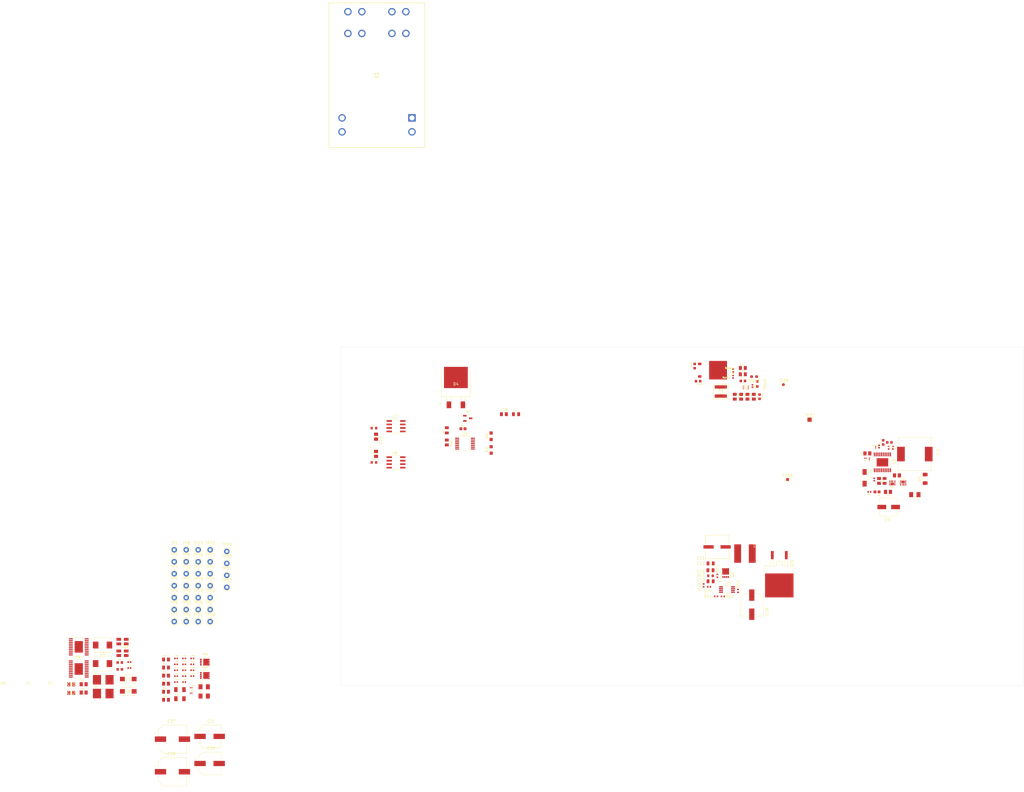
<source format=kicad_pcb>
(kicad_pcb (version 20240108) (generator "pcbnew") (generator_version "8.0")
  (layers (0 "F.Cu" signal) (31 "B.Cu" signal) (34 "B.Paste" user) (35 "F.Paste" user) (36 "B.SilkS" user "B.Silkscreen") (37 "F.SilkS" user "F.Silkscreen") (38 "B.Mask" user) (39 "F.Mask" user) (44 "Edge.Cuts" user))
  (net 0 "")
  (net 1 "/LiDar/+BATT")
  (net 2 "AGND")
  (net 3 "Net-(U1-VIN)")
  (net 4 "Net-(D1-A)")
  (net 5 "Net-(D1-K)")
  (net 6 "Net-(M1-D)")
  (net 7 "Net-(U1-SS)")
  (net 8 "Net-(U1-RES)")
  (net 9 "Net-(U1-COMP)")
  (net 10 "Net-(U1-FB)")
  (net 11 "Net-(C8-Pad1)")
  (net 12 "/LiDar/+24V")
  (net 13 "+BATT")
  (net 14 "Net-(U4-COMP)")
  (net 15 "Net-(C14-Pad2)")
  (net 16 "Net-(Q1-D)")
  (net 17 "Net-(C16-Pad1)")
  (net 18 "Net-(U6-+)")
  (net 19 "Net-(U7-+)")
  (net 20 "/PWM-DC/THRUST_SIG")
  (net 21 "/PWM-DC/RELAY_3")
  (net 22 "Net-(U8-VIN)")
  (net 23 "Net-(U9-VIN)")
  (net 24 "Net-(U8-SS)")
  (net 25 "Net-(U9-SS)")
  (net 26 "COMP")
  (net 27 "Net-(U8-COMP)")
  (net 28 "COMP2")
  (net 29 "Net-(U9-COMP)")
  (net 30 "Net-(C29-Pad1)")
  (net 31 "SW")
  (net 32 "Net-(D5-K)")
  (net 33 "Net-(C31-Pad1)")
  (net 34 "SW2")
  (net 35 "Net-(D6-K)")
  (net 36 "Net-(U8-RES)")
  (net 37 "Net-(U9-RES)")
  (net 38 "Net-(D5-A)")
  (net 39 "Net-(D6-A)")
  (net 40 "ESC1")
  (net 41 "ESC2")
  (net 42 "Net-(U2-FB)")
  (net 43 "5V")
  (net 44 "3V3")
  (net 45 "Net-(D2-Pad1)")
  (net 46 "Net-(D3-K)")
  (net 47 "/PWM-DC/+BATT")
  (net 48 "Net-(D7-A)")
  (net 49 "Net-(D8-A)")
  (net 53 "/PWM-DC/THRUST_2")
  (net 58 "/PWM-DC/THRUST_1")
  (net 60 "Net-(U1-CSN)")
  (net 61 "Net-(U2-SW)")
  (net 62 "Net-(U8-CSN)")
  (net 63 "Net-(U9-CSN)")
  (net 64 "Net-(M1-G)")
  (net 65 "Net-(M2-G)")
  (net 66 "HO")
  (net 67 "LO")
  (net 68 "LO2")
  (net 69 "HO2")
  (net 70 "Net-(Q1-G)")
  (net 71 "Net-(Q2-B)")
  (net 72 "Net-(U1-UVLO)")
  (net 73 "Net-(U1-SLOPE)")
  (net 74 "Net-(U1-SYNCIN{slash}RT)")
  (net 75 "Net-(U4-FA{slash}SYNC{slash}SD)")
  (net 76 "Net-(U4-FB)")
  (net 77 "Net-(U4-ISEN)")
  (net 78 "/PWM-DC/PWM_CH6")
  (net 79 "/PWM-DC/PWM_CH5")
  (net 80 "/PWM-DC/5V")
  (net 81 "/PWM-DC/COMP_VREF")
  (net 82 "Net-(U8-UVLO)")
  (net 83 "Net-(U9-UVLO)")
  (net 84 "Net-(U8-SYNCIN{slash}RT)")
  (net 85 "Net-(U9-SYNCIN{slash}RT)")
  (net 86 "Net-(U8-SLOPE)")
  (net 87 "Net-(U9-SLOPE)")
  (net 88 "EN")
  (net 96 "Net-(U5C--)")
  (net 97 "Net-(U5A--)")
  (footprint "Lidar_Foot:RESC1005X40N" (layer "F.Cu") (at -33.275 144.55)
    (property "Reference" "R36" (at 0.3 -0.88 0) (layer "F.SilkS") (effects (font (size 0.393701 0.393701))))
    (property "Value" "2.8kOhm")
    (pad "1" smd rect (at -0.445 0) (size 0.51 0.6) (layers "F.Cu" "F.Paste" "F.Mask") (net 2 "AGND"))
    (pad "2" smd rect (at 0.445 0) (size 0.51 0.6) (layers "F.Cu" "F.Paste" "F.Mask") (net 26 "COMP"))
  )
  (footprint "Lidar_Foot:RESC0603X26N" (layer "F.Cu") (at 215 67.75 90)
    (property "Reference" "R6" (at 0.53 -0.76 90) (layer "F.SilkS") (effects (font (size 0.393701 0.393701))))
    (property "Value" "18.7k")
    (pad "1" smd rect (at -0.281 0 90) (size 0.38 0.4) (layers "F.Cu" "F.Paste" "F.Mask") (net 74 "Net-(U1-SYNCIN{slash}RT)"))
    (pad "2" smd rect (at 0.281 0 90) (size 0.38 0.4) (layers "F.Cu" "F.Paste" "F.Mask") (net 2 "AGND"))
  )
  (footprint "TestPoint:TestPoint_Keystone_5000-5004_Miniature" (layer "F.Cu") (at -31.15 105.05)
    (property "Reference" "TP15" (at 0 -2.5 0) (layer "F.SilkS"))
    (property "Value" "TestPoint")
    (pad "1" thru_hole circle (at 0 0) (size 2 2) (drill 1) (layers "*.Cu" "*.Mask") (net 27 "Net-(U8-COMP)"))
  )
  (footprint "Lidar_Foot:CAPC1005X55N" (layer "F.Cu") (at 216.25 67.5 90)
    (property "Reference" "C5" (at 0.3 -0.88 90) (layer "F.SilkS") (effects (font (size 0.393701 0.393701))))
    (property "Value" "27nF")
    (pad "1" smd rect (at -0.432 0 90) (size 0.54 0.6) (layers "F.Cu" "F.Paste" "F.Mask") (net 7 "Net-(U1-SS)"))
    (pad "2" smd rect (at 0.432 0 90) (size 0.54 0.6) (layers "F.Cu" "F.Paste" "F.Mask") (net 2 "AGND"))
  )
  (footprint "Resistor_SMD:R_0603_1608Metric" (layer "F.Cu") (at 155 114.5 180)
    (property "Reference" "R15" (at 3.5 0 180) (layer "F.SilkS"))
    (property "Value" "8m" (hide yes))
    (pad "1" smd roundrect (at -0.825 0 180) (size 0.8 0.95) (layers "F.Cu" "F.Paste" "F.Mask") (net 16 "Net-(Q1-D)"))
    (pad "2" smd roundrect (at 0.825 0 180) (size 0.8 0.95) (layers "F.Cu" "F.Paste" "F.Mask") (net 2 "AGND"))
  )
  (footprint "PH_Foot:CAPC1608X90N" (layer "F.Cu") (at 149.25 38.25 -90)
    (property "Reference" "CoLDO1" (at -0.5 1.25 90) (layer "F.SilkS") (effects (font (size 0.393701 0.393701))))
    (property "Value" "1u")
    (pad "1" smd rect (at -0.77 0 270) (size 0.89 0.93) (layers "F.Cu" "F.Paste" "F.Mask") (net 44 "3V3"))
    (pad "2" smd rect (at 0.77 0 270) (size 0.89 0.93) (layers "F.Cu" "F.Paste" "F.Mask") (net 2 "AGND"))
  )
  (footprint "Capacitor_SMD:C_0805_2012Metric" (layer "F.Cu") (at 155.05 110 180)
    (property "Reference" "C12" (at 3.55 0 180) (layer "F.SilkS"))
    (property "Value" "100n" (hide yes))
    (pad "1" smd roundrect (at -0.95 0 180) (size 1 1.45) (layers "F.Cu" "F.Paste" "F.Mask") (net 13 "+BATT"))
    (pad "2" smd roundrect (at 0.95 0 180) (size 1 1.45) (layers "F.Cu" "F.Paste" "F.Mask") (net 2 "AGND"))
  )
  (footprint "Capacitor_SMD:C_0402_1005Metric" (layer "F.Cu") (at 154.48 118.5 180)
    (property "Reference" "C14" (at 0.48 -1.5 180) (layer "F.SilkS"))
    (property "Value" "18n" (hide yes))
    (pad "1" smd roundrect (at -0.48 0 180) (size 0.56 0.62) (layers "F.Cu" "F.Paste" "F.Mask") (net 14 "Net-(U4-COMP)"))
    (pad "2" smd roundrect (at 0.48 0 180) (size 0.56 0.62) (layers "F.Cu" "F.Paste" "F.Mask") (net 15 "Net-(C14-Pad2)"))
  )
  (footprint "Resistor_SMD:R_0402_1005Metric" (layer "F.Cu") (at 165 120 -90)
    (property "Reference" "R11" (at -2.5 0 90) (layer "F.SilkS"))
    (property "Value" "46.4k" (hide yes))
    (pad "1" smd roundrect (at -0.51 0 270) (size 0.54 0.64) (layers "F.Cu" "F.Paste" "F.Mask") (net 75 "Net-(U4-FA{slash}SYNC{slash}SD)"))
    (pad "2" smd roundrect (at 0.51 0 270) (size 0.54 0.64) (layers "F.Cu" "F.Paste" "F.Mask") (net 2 "AGND"))
  )
  (footprint "PH_Foot:CAPC2012X140N" (layer "F.Cu") (at 166.755 38.95)
    (property "Reference" "Cin1" (at -0.44 -1.3 0) (layer "F.SilkS") (effects (font (size 0.393701 0.393701))))
    (property "Value" "10u")
    (pad "1" smd rect (at -0.895 0) (size 1.08 1.42) (layers "F.Cu" "F.Paste" "F.Mask") (net 13 "+BATT"))
    (pad "2" smd rect (at 0.895 0) (size 1.08 1.42) (layers "F.Cu" "F.Paste" "F.Mask") (net 2 "AGND"))
  )
  (footprint "TestPoint:TestPoint_Keystone_5000-5004_Miniature" (layer "F.Cu") (at -26.8 122.45)
    (property "Reference" "TP26" (at 0 -2.5 0) (layer "F.SilkS"))
    (property "Value" "TestPoint")
    (pad "1" thru_hole circle (at 0 0) (size 2 2) (drill 1) (layers "*.Cu" "*.Mask") (net 39 "Net-(D6-A)"))
  )
  (footprint "TestPoint:TestPoint_Keystone_5000-5004_Miniature" (layer "F.Cu") (at -39.85 131.15)
    (property "Reference" "TP7" (at 0 -2.5 0) (layer "F.SilkS"))
    (property "Value" "TestPoint")
    (pad "1" thru_hole circle (at 0 0) (size 2 2) (drill 1) (layers "*.Cu" "*.Mask") (net 24 "Net-(U8-SS)"))
  )
  (footprint "TestPoint:TestPoint_Keystone_5000-5004_Miniature" (layer "F.Cu") (at -35.5 105.05)
    (property "Reference" "TP8" (at 0 -2.5 0) (layer "F.SilkS"))
    (property "Value" "TestPoint")
    (pad "1" thru_hole circle (at 0 0) (size 2 2) (drill 1) (layers "*.Cu" "*.Mask") (net 25 "Net-(U9-SS)"))
  )
  (footprint "Resistor_SMD:R_0603_1608Metric_Pad0.98x0.95mm_HandSolder" (layer "F.Cu") (at 172 44.75 90)
    (property "Reference" "Rfbt1" (at 0 2.75 90) (layer "F.SilkS"))
    (property "Value" "220k")
    (pad "1" smd roundrect (at -0.9125 0 90) (size 0.975 0.95) (layers "F.Cu" "F.Paste" "F.Mask") (net 43 "5V"))
    (pad "2" smd roundrect (at 0.9125 0 90) (size 0.975 0.95) (layers "F.Cu" "F.Paste" "F.Mask") (net 42 "Net-(U2-FB)"))
  )
  (footprint "Lidar_Foot:LED_DRD1204W-TR" (layer "F.Cu") (at -58.65 142.675)
    (property "Reference" "D8" (at 0.925 -2.385 0) (layer "F.SilkS"))
    (property "Value" "LED")
    (pad "1" smd rect (at 1.35 -0.825) (size 1.7 1.05) (layers "F.Cu" "F.Paste" "F.Mask") (net 2 "AGND"))
    (pad "2" smd rect (at -1.35 -0.825) (size 1.7 1.05) (layers "F.Cu" "F.Paste" "F.Mask") (net 49 "Net-(D8-A)"))
    (pad "3" smd rect (at 1.35 0.825) (size 1.7 1.05) (layers "F.Cu" "F.Paste" "F.Mask"))
    (pad "4" smd rect (at -1.35 0.825) (size 1.7 1.05) (layers "F.Cu" "F.Paste" "F.Mask"))
  )
  (footprint "TestPoint:TestPoint_Keystone_5000-5004_Miniature" (layer "F.Cu") (at -31.15 122.45)
    (property "Reference" "TP19" (at 0 -2.5 0) (layer "F.SilkS"))
    (property "Value" "TestPoint")
    (pad "1" thru_hole circle (at 0 0) (size 2 2) (drill 1) (layers "*.Cu" "*.Mask") (net 31 "SW"))
  )
  (footprint "Jetson_lib:PA2240" (layer "F.Cu") (at 171.375 103.125 180)
    (property "Reference" "L3" (at 0 -0.5 180) (layer "F.SilkS") (effects (font (thickness 0.1))))
    (property "Value" "4.7u" (hide yes))
    (fp_text user "*" (at -0.8 -6.2 180) (layer "F.SilkS") (effects (font (thickness 0.1)) (justify left bottom)))
    (pad "1" smd rect (at 1.2 -3.3 180) (size 2.5 6.7) (layers "F.Cu" "F.Paste" "F.Mask") (net 45 "Net-(D2-Pad1)") (clearance 0.2))
    (pad "2" smd rect (at 6.5 -3.3 180) (size 2.5 6.7) (layers "F.Cu" "F.Paste" "F.Mask") (net 13 "+BATT") (clearance 0.2))
  )
  (footprint "Package_SO:TSSOP-14_4.4x5mm_P0.65mm" (layer "F.Cu") (at 65.8 66.4465)
    (property "Reference" "U5" (at 0 -3.45 0) (layer "F.SilkS"))
    (property "Value" "LM339")
    (pad "1" smd roundrect (at -2.8625 -1.95) (size 1.475 0.4) (layers "F.Cu" "F.Paste" "F.Mask"))
    (pad "2" smd roundrect (at -2.8625 -1.3) (size 1.475 0.4) (layers "F.Cu" "F.Paste" "F.Mask") (net 20 "/PWM-DC/THRUST_SIG"))
    (pad "3" smd roundrect (at -2.8625 -0.65) (size 1.475 0.4) (layers "F.Cu" "F.Paste" "F.Mask") (net 47 "/PWM-DC/+BATT"))
    (pad "4" smd roundrect (at -2.8625 0) (size 1.475 0.4) (layers "F.Cu" "F.Paste" "F.Mask") (net 97 "Net-(U5A--)"))
    (pad "5" smd roundrect (at -2.8625 0.65) (size 1.475 0.4) (layers "F.Cu" "F.Paste" "F.Mask") (net 81 "/PWM-DC/COMP_VREF"))
    (pad "6" smd roundrect (at -2.8625 1.3) (size 1.475 0.4) (layers "F.Cu" "F.Paste" "F.Mask"))
    (pad "7" smd roundrect (at -2.8625 1.95) (size 1.475 0.4) (layers "F.Cu" "F.Paste" "F.Mask"))
    (pad "8" smd roundrect (at 2.8625 1.95) (size 1.475 0.4) (layers "F.Cu" "F.Paste" "F.Mask"))
    (pad "9" smd roundrect (at 2.8625 1.3) (size 1.475 0.4) (layers "F.Cu" "F.Paste" "F.Mask"))
    (pad "10" smd roundrect (at 2.8625 0.65) (size 1.475 0.4) (layers "F.Cu" "F.Paste" "F.Mask") (net 96 "Net-(U5C--)"))
    (pad "11" smd roundrect (at 2.8625 0) (size 1.475 0.4) (layers "F.Cu" "F.Paste" "F.Mask") (net 81 "/PWM-DC/COMP_VREF"))
    (pad "12" smd roundrect (at 2.8625 -0.65) (size 1.475 0.4) (layers "F.Cu" "F.Paste" "F.Mask") (net 2 "AGND"))
    (pad "13" smd roundrect (at 2.8625 -1.3) (size 1.475 0.4) (layers "F.Cu" "F.Paste" "F.Mask") (net 21 "/PWM-DC/RELAY_3"))
    (pad "14" smd roundrect (at 2.8625 -1.95) (size 1.475 0.4) (layers "F.Cu" "F.Paste" "F.Mask"))
  )
  (footprint "PDC_Foot:SOT_45-M3&slash_I_VIS" (layer "F.Cu") (at 62.5 44.7876)
    (property "Reference" "D4" (at 0 0 0) (layer "F.SilkS"))
    (property "Value" "D")
    (fp_text user "*" (at -5.715 7.5565 0) (layer "F.SilkS"))
    (fp_text user "*" (at -5.715 7.5565 0) (layer "F.SilkS"))
    (pad "1" smd rect (at -2.54 7.5565) (size 1.651 2.4638) (layers "F.Cu" "F.Paste" "F.Mask") (net 47 "/PWM-DC/+BATT"))
    (pad "2" smd rect (at 2.54 7.5565) (size 1.651 2.4638) (layers "F.Cu" "F.Paste" "F.Mask") (net 46 "Net-(D3-K)"))
    (pad "3" smd rect (at 0 -2.3876) (size 8.6614 7.7216) (layers "F.Cu" "F.Paste" "F.Mask"))
  )
  (footprint "Jetson_lib:CAP_35SVPF82M" (layer "F.Cu") (at 170 125 -90)
    (property "Reference" "C16" (at 2.525 -5.492 90) (layer "F.SilkS"))
    (property "Value" "220u" (hide yes))
    (pad "1" smd rect (at -3.475 0 270) (size 4.15 1.9) (layers "F.Cu" "F.Paste" "F.Mask") (net 17 "Net-(C16-Pad1)"))
    (pad "2" smd rect (at 3.475 0 270) (size 4.15 1.9) (layers "F.Cu" "F.Paste" "F.Mask") (net 2 "AGND"))
  )
  (footprint "Lidar_Foot:RESC1005X40N" (layer "F.Cu") (at -36.225 148.85)
    (property "Reference" "R29" (at 0.3 -0.88 0) (layer "F.SilkS") (effects (font (size 0.393701 0.393701))))
    (property "Value" "3.01Ohm")
    (pad "1" smd rect (at -0.445 0) (size 0.51 0.6) (layers "F.Cu" "F.Paste" "F.Mask") (net 23 "Net-(U9-VIN)"))
    (pad "2" smd rect (at 0.445 0) (size 0.51 0.6) (layers "F.Cu" "F.Paste" "F.Mask") (net 13 "+BATT"))
  )
  (footprint "TestPoint:TestPoint_Keystone_5000-5004_Miniature" (layer "F.Cu") (at -20.75 114.35)
    (property "Reference" "TP31" (at 0 -2.5 0) (layer "F.SilkS"))
    (property "Value" "TestPoint")
    (pad "1" thru_hole circle (at 0 0) (size 2 2) (drill 1) (layers "*.Cu" "*.Mask") (net 40 "ESC1"))
  )
  (footprint "PH_Foot:SOT5x3_DRL_TEX" (layer "F.Cu") (at 167.8491 45.999999)
    (property "Reference" "U2" (at 0 0 0) (layer "F.SilkS"))
    (property "Value" "TPS566242DRLR")
    (pad "1" smd rect (at -0.8509 -0.499999) (size 0.6096 0.2286) (layers "F.Cu" "F.Paste" "F.Mask") (net 13 "+BATT"))
    (pad "2" smd rect (at -0.8509 0) (size 0.6096 0.2286) (layers "F.Cu" "F.Paste" "F.Mask") (net 88 "EN"))
    (pad "3" smd rect (at -0.8509 0.499999) (size 0.6096 0.2286) (layers "F.Cu" "F.Paste" "F.Mask") (net 2 "AGND"))
    (pad "4" smd rect (at 0.8509 0.499999) (size 0.6096 0.2286) (layers "F.Cu" "F.Paste" "F.Mask") (net 2 "AGND"))
    (pad "5" smd rect (at 0.8509 0) (size 0.6096 0.2286) (layers "F.Cu" "F.Paste" "F.Mask") (net 42 "Net-(U2-FB)"))
    (pad "6" smd rect (at 0.8509 -0.499999) (size 0.6096 0.2286) (layers "F.Cu" "F.Paste" "F.Mask") (net 61 "Net-(U2-SW)"))
  )
  (footprint "Lidar_Foot:RESC1005X40N" (layer "F.Cu") (at -39.175 153.15)
    (property "Reference" "R26" (at 0.3 -0.88 0) (layer "F.SilkS") (effects (font (size 0.393701 0.393701))))
    (property "Value" "49.9kOhm")
    (pad "1" smd rect (at -0.445 0) (size 0.51 0.6) (layers "F.Cu" "F.Paste" "F.Mask") (net 83 "Net-(U9-UVLO)"))
    (pad "2" smd rect (at 0.445 0) (size 0.51 0.6) (layers "F.Cu" "F.Paste" "F.Mask") (net 13 "+BATT"))
  )
  (footprint "PDC_Foot:SOIC127P599X175-8N" (layer "F.Cu") (at 40.73 73.2815)
    (property "Reference" "U6" (at -0.385 -3.537 0) (layer "F.SilkS"))
    (property "Value" "UA741")
    (pad "1" smd roundrect (at -2.47 -1.905) (size 1.97 0.6) (layers "F.Cu" "F.Paste" "F.Mask") (roundrect_rratio 0.125) (net 2 "AGND"))
    (pad "2" smd roundrect (at -2.47 -0.635) (size 1.97 0.6) (layers "F.Cu" "F.Paste" "F.Mask") (roundrect_rratio 0.125) (net 96 "Net-(U5C--)"))
    (pad "3" smd roundrect (at -2.47 0.635) (size 1.97 0.6) (layers "F.Cu" "F.Paste" "F.Mask") (roundrect_rratio 0.125) (net 18 "Net-(U6-+)"))
    (pad "4" smd roundrect (at -2.47 1.905) (size 1.97 0.6) (layers "F.Cu" "F.Paste" "F.Mask") (roundrect_rratio 0.125) (net 2 "AGND"))
    (pad "5" smd roundrect (at 2.47 1.905) (size 1.97 0.6) (layers "F.Cu" "F.Paste" "F.Mask") (roundrect_rratio 0.125) (net 2 "AGND"))
    (pad "6" smd roundrect (at 2.47 0.635) (size 1.97 0.6) (layers "F.Cu" "F.Paste" "F.Mask") (roundrect_rratio 0.125) (net 96 "Net-(U5C--)"))
    (pad "7" smd roundrect (at 2.47 -0.635) (size 1.97 0.6) (layers "F.Cu" "F.Paste" "F.Mask") (roundrect_rratio 0.125) (net 47 "/PWM-DC/+BATT"))
    (pad "8" smd roundrect (at 2.47 -1.905) (size 1.97 0.6) (layers "F.Cu" "F.Paste" "F.Mask") (roundrect_rratio 0.125))
  )
  (footprint "TestPoint:TestPoint_Keystone_5000-5004_Miniature" (layer "F.Cu") (at -39.85 118.1)
    (property "Reference" "TP4" (at 0 -2.5 0) (layer "F.SilkS"))
    (property "Value" "TestPoint")
    (pad "1" thru_hole circle (at 0 0) (size 2 2) (drill 1) (layers "*.Cu" "*.Mask") (net 13 "+BATT"))
  )
  (footprint "TestPoint:TestPoint_Keystone_5000-5004_Miniature" (layer "F.Cu") (at -35.5 122.45)
    (property "Reference" "TP12" (at 0 -2.5 0) (layer "F.SilkS"))
    (property "Value" "TestPoint")
    (pad "1" thru_hole circle (at 0 0) (size 2 2) (drill 1) (layers "*.Cu" "*.Mask") (net 63 "Net-(U9-CSN)"))
  )
  (footprint "Lidar_Foot:CAPC2012X75N" (layer "F.Cu") (at -72.772 153.928)
    (property "Reference" "C29" (at -0.46 -1.32 0) (layer "F.SilkS") (effects (font (size 0.393701 0.393701))))
    (property "Value" "4.7nF")
    (pad "1" smd rect (at -0.88 0) (size 1.15 1.47) (layers "F.Cu" "F.Paste" "F.Mask") (net 30 "Net-(C29-Pad1)"))
    (pad "2" smd rect (at 0.88 0) (size 1.15 1.47) (layers "F.Cu" "F.Paste" "F.Mask") (net 26 "COMP"))
  )
  (footprint "TestPoint:TestPoint_Keystone_5000-5004_Miniature" (layer "F.Cu") (at -26.8 131.15)
    (property "Reference" "TP28" (at 0 -2.5 0) (layer "F.SilkS"))
    (property "Value" "TestPoint")
    (pad "1" thru_hole circle (at 0 0) (size 2 2) (drill 1) (layers "*.Cu" "*.Mask") (net 68 "LO2"))
  )
  (footprint "Lidar_Foot:CAPC2012X88N" (layer "F.Cu") (at 222.75 78)
    (property "Reference" "C4" (at -0.46 -1.32 0) (layer "F.SilkS") (effects (font (size 0.393701 0.393701))))
    (property "Value" "100nF")
    (pad "1" smd rect (at -0.875 0) (size 1.16 1.47) (layers "F.Cu" "F.Paste" "F.Mask") (net 5 "Net-(D1-K)"))
    (pad "2" smd rect (at 0.875 0) (size 1.16 1.47) (layers "F.Cu" "F.Paste" "F.Mask") (net 6 "Net-(M1-D)"))
  )
  (footprint "Lidar_Foot:CAPC1608X90N" (layer "F.Cu") (at -59.635 146.04)
    (property "Reference" "C23" (at -0.21 -1.05 0) (layer "F.SilkS") (effects (font (size 0.393701 0.393701))))
    (property "Value" "470nF")
    (pad "1" smd rect (at -0.77 0) (size 0.89 0.93) (layers "F.Cu" "F.Paste" "F.Mask") (net 22 "Net-(U8-VIN)"))
    (pad "2" smd rect (at 0.77 0) (size 0.89 0.93) (layers "F.Cu" "F.Paste" "F.Mask") (net 2 "AGND"))
  )
  (footprint "Inductor_SMD:L_Neosid_SM-PIC0512H" (layer "F.Cu") (at -65.9 146.425)
    (property "Reference" "L5" (at 0 -3.6 0) (layer "F.SilkS"))
    (property "Value" "2.352uH")
    (pad "1" smd rect (at -2.5 0 180) (size 2 2.5) (layers "F.Cu" "F.Paste" "F.Mask") (net 63 "Net-(U9-CSN)"))
    (pad "2" smd rect (at 2.5 0 180) (size 2 2.5) (layers "F.Cu" "F.Paste" "F.Mask") (net 34 "SW2"))
  )
  (footprint "Resistor_SMD:R_1206_3216Metric_Pad1.30x1.75mm_HandSolder" (layer "F.Cu") (at 233 79.25 90)
    (property "Reference" "R5" (at 0 -1.82 90) (layer "F.SilkS"))
    (property "Value" "15m")
    (pad "1" smd roundrect (at -1.55 0 90) (size 1.3 1.75) (layers "F.Cu" "F.Paste" "F.Mask") (roundrect_rratio 0.192308) (net 1 "/LiDar/+BATT"))
    (pad "2" smd roundrect (at 1.55 0 90) (size 1.3 1.75) (layers "F.Cu" "F.Paste" "F.Mask") (roundrect_rratio 0.192308) (net 60 "Net-(U1-CSN)"))
  )
  (footprint "Lidar_Foot:CAP_EEHZA1V680XP" (layer "F.Cu") (at 219.75 89.5 180)
    (property "Reference" "C9" (at 0.475 -4.685 0) (layer "F.SilkS"))
    (property "Value" "68uF")
    (pad "1" smd rect (at -2.5 0 180) (size 3.2 1.6) (layers "F.Cu" "F.Paste" "F.Mask") (net 12 "/LiDar/+24V"))
    (pad "2" smd rect (at 2.5 0 180) (size 3.2 1.6) (layers "F.Cu" "F.Paste" "F.Mask") (net 2 "AGND"))
  )
  (footprint "PDC_Foot:CAPC2012X140N" (layer "F.Cu") (at 33.475 70.1815 90)
    (property "Reference" "C17" (at 1.375 -1.635 -90) (layer "F.SilkS"))
    (property "Value" "4.7uF")
    (pad "1" smd rect (at -0.9 0 90) (size 1.15 1.45) (layers "F.Cu" "F.Paste" "F.Mask") (net 18 "Net-(U6-+)"))
    (pad "2" smd rect (at 0.9 0 90) (size 1.15 1.45) (layers "F.Cu" "F.Paste" "F.Mask") (net 2 "AGND"))
  )
  (footprint "PH_Foot:CAPC1608X90N" (layer "F.Cu") (at 166.78 43.65)
    (property "Reference" "Cinx1" (at -0.21 -1.05 0) (layer "F.SilkS") (effects (font (size 0.393701 0.393701))))
    (property "Value" "100n")
    (pad "1" smd rect (at -0.77 0) (size 0.89 0.93) (layers "F.Cu" "F.Paste" "F.Mask") (net 13 "+BATT"))
    (pad "2" smd rect (at 0.77 0) (size 0.89 0.93) (layers "F.Cu" "F.Paste" "F.Mask") (net 2 "AGND"))
  )
  (footprint "Lidar_Foot:SOP65P640X110-21N" (layer "F.Cu") (at -74.55 148.395)
    (property "Reference" "U9" (at -0.465 -4.262 0) (layer "F.SilkS"))
    (property "Value" "LM5122QMH/NOPB")
    (pad "1" smd roundrect (at -2.885 -2.925) (size 1.44 0.41) (layers "F.Cu" "F.Paste" "F.Mask") (roundrect_rratio 0.125))
    (pad "2" smd roundrect (at -2.885 -2.275) (size 1.44 0.41) (layers "F.Cu" "F.Paste" "F.Mask") (roundrect_rratio 0.125) (net 2 "AGND"))
    (pad "3" smd roundrect (at -2.885 -1.625) (size 1.44 0.41) (layers "F.Cu" "F.Paste" "F.Mask") (roundrect_rratio 0.125) (net 63 "Net-(U9-CSN)"))
    (pad "4" smd roundrect (at -2.885 -0.975) (size 1.44 0.41) (layers "F.Cu" "F.Paste" "F.Mask") (roundrect_rratio 0.125) (net 13 "+BATT"))
    (pad "5" smd roundrect (at -2.885 -0.325) (size 1.44 0.41) (layers "F.Cu" "F.Paste" "F.Mask") (roundrect_rratio 0.125) (net 23 "Net-(U9-VIN)"))
    (pad "6" smd roundrect (at -2.885 0.325) (size 1.44 0.41) (layers "F.Cu" "F.Paste" "F.Mask") (roundrect_rratio 0.125) (net 83 "Net-(U9-UVLO)"))
    (pad "7" smd roundrect (at -2.885 0.975) (size 1.44 0.41) (layers "F.Cu" "F.Paste" "F.Mask") (roundrect_rratio 0.125) (net 25 "Net-(U9-SS)"))
    (pad "8" smd roundrect (at -2.885 1.625) (size 1.44 0.41) (layers "F.Cu" "F.Paste" "F.Mask") (roundrect_rratio 0.125) (net 85 "Net-(U9-SYNCIN{slash}RT)"))
    (pad "9" smd roundrect (at -2.885 2.275) (size 1.44 0.41) (layers "F.Cu" "F.Paste" "F.Mask") (roundrect_rratio 0.125) (net 2 "AGND"))
    (pad "10" smd roundrect (at -2.885 2.925) (size 1.44 0.41) (layers "F.Cu" "F.Paste" "F.Mask") (roundrect_rratio 0.125) (net 28 "COMP2"))
    (pad "11" smd roundrect (at 2.885 2.925) (size 1.44 0.41) (layers "F.Cu" "F.Paste" "F.Mask") (roundrect_rratio 0.125) (net 29 "Net-(U9-COMP)"))
    (pad "12" smd roundrect (at 2.885 2.275) (size 1.44 0.41) (layers "F.Cu" "F.Paste" "F.Mask") (roundrect_rratio 0.125) (net 87 "Net-(U9-SLOPE)"))
    (pad "13" smd roundrect (at 2.885 1.625) (size 1.44 0.41) (layers "F.Cu" "F.Paste" "F.Mask") (roundrect_rratio 0.125) (net 2 "AGND"))
    (pad "14" smd roundrect (at 2.885 0.975) (size 1.44 0.41) (layers "F.Cu" "F.Paste" "F.Mask") (roundrect_rratio 0.125) (net 37 "Net-(U9-RES)"))
    (pad "15" smd roundrect (at 2.885 0.325) (size 1.44 0.41) (layers "F.Cu" "F.Paste" "F.Mask") (roundrect_rratio 0.125) (net 2 "AGND"))
    (pad "16" smd roundrect (at 2.885 -0.325) (size 1.44 0.41) (layers "F.Cu" "F.Paste" "F.Mask") (roundrect_rratio 0.125) (net 68 "LO2"))
    (pad "17" smd roundrect (at 2.885 -0.975) (size 1.44 0.41) (layers "F.Cu" "F.Paste" "F.Mask") (roundrect_rratio 0.125) (net 39 "Net-(D6-A)"))
    (pad "18" smd roundrect (at 2.885 -1.625) (size 1.44 0.41) (layers "F.Cu" "F.Paste" "F.Mask") (roundrect_rratio 0.125) (net 34 "SW2"))
    (pad "19" smd roundrect (at 2.885 -2.275) (size 1.44 0.41) (layers "F.Cu" "F.Paste" "F.Mask") (roundrect_rratio 0.125) (net 69 "HO2"))
    (pad "20" smd roundrect (at 2.885 -2.925) (size 1.44 0.41) (layers "F.Cu" "F.Paste" "F.Mask") (roundrect_rratio 0.125) (net 35 "Net-(D6-K)"))
    (pad "21" smd rect (at 0 0) (size 3 4.2) (layers "F.Cu" "F.Mask") (net 2 "AGND"))
  )
  (footprint "Lidar_Foot:CAP_25SVPF180M" (layer "F.Cu") (at -27 182.75)
    (property "Reference" "C22" (at 0.525 -5.492 0) (layer "F.SilkS"))
    (property "Value" "180uF")
    (pad "1" smd rect (at -3.475 0) (size 4.15 1.9) (layers "F.Cu" "F.Paste" "F.Mask") (net 13 "+BATT"))
    (pad "2" smd rect (at 3.475 0) (size 4.15 1.9) (layers "F.Cu" "F.Paste" "F.Mask") (net 2 "AGND"))
  )
  (footprint "Lidar_Foot:RESC0603X26N" (layer "F.Cu") (at 211.25 71.75)
    (property "Reference" "R7" (at 0 1 0) (layer "F.SilkS") (effects (font (size 0.393701 0.393701))))
    (property "Value" "18.7k")
    (pad "1" smd rect (at -0.281 0) (size 0.38 0.4) (layers "F.Cu" "F.Paste" "F.Mask") (net 11 "Net-(C8-Pad1)"))
    (pad "2" smd rect (at 0.281 0) (size 0.38 0.4) (layers "F.Cu" "F.Paste" "F.Mask") (net 9 "Net-(U1-COMP)"))
  )
  (footprint "Lidar_Foot:RESC3216X70N" (layer "F.Cu") (at -37.794 159.205)
    (property "Reference" "R43" (at -1.08 -1.48 0) (layer "F.SilkS") (effects (font (size 0.393701 0.393701))))
    (property "Value" "680")
    (pad "1" smd rect (at -1.466 0) (size 1.23 1.77) (layers "F.Cu" "F.Paste" "F.Mask") (net 41 "ESC2"))
    (pad "2" smd rect (at 1.466 0) (size 1.23 1.77) (layers "F.Cu" "F.Paste" "F.Mask") (net 49 "Net-(D8-A)"))
  )
  (footprint "PH_Foot:CAPC2012X135N" (layer "F.Cu") (at 170.75 49.387 -90)
    (property "Reference" "Cout1" (at -0.41 -1.27 90) (layer "F.SilkS") (effects (font (size 0.393701 0.393701))))
    (property "Value" "22u")
    (pad "1" smd rect (at -0.863 0 270) (size 1.1 1.38) (layers "F.Cu" "F.Paste" "F.Mask") (net 43 "5V"))
    (pad "2" smd rect (at 0.863 0 270) (size 1.1 1.38) (layers "F.Cu" "F.Paste" "F.Mask") (net 2 "AGND"))
  )
  (footprint "PDC_Foot:CAPC2012X135N" (layer "F.Cu") (at 59.2 66.0365 -90)
    (property "Reference" "C19" (at 0.4445 -1.6764 90) (layer "F.SilkS") (effects (font (size 0.64 0.64))))
    (property "Value" "10uF")
    (pad "1" smd rect (at -0.89 0 270) (size 1.05 1.38) (layers "F.Cu" "F.Paste" "F.Mask") (net 2 "AGND"))
    (pad "2" smd rect (at 0.89 0 270) (size 1.05 1.38) (layers "F.Cu" "F.Paste" "F.Mask") (net 20 "/PWM-DC/THRUST_SIG"))
  )
  (footprint "Footprints:CAP_CC0805_YAG" (layer "F.Cu") (at -77.2892 153.9741)
    (property "Reference" "C30" (at 0 0 0) (layer "F.SilkS"))
    (property "Value" "100nF")
    (pad "1" smd rect (at -0.8968 0) (size 1.1176 1.4478) (layers "F.Cu" "F.Paste" "F.Mask") (net 32 "Net-(D5-K)"))
    (pad "2" smd rect (at 0.8968 0) (size 1.1176 1.4478) (layers "F.Cu" "F.Paste" "F.Mask") (net 31 "SW"))
  )
  (footprint "Lidar_Foot:LED_DRD1204W-TR" (layer "F.Cu") (at -58.65 138.425)
    (property "Reference" "D7" (at -26.1 15.075 0) (layer "F.SilkS"))
    (property "Value" "LED")
    (pad "1" smd rect (at 1.35 -0.825) (size 1.7 1.05) (layers "F.Cu" "F.Paste" "F.Mask") (net 2 "AGND"))
    (pad "2" smd rect (at -1.35 -0.825) (size 1.7 1.05) (layers "F.Cu" "F.Paste" "F.Mask") (net 48 "Net-(D7-A)"))
    (pad "3" smd rect (at 1.35 0.825) (size 1.7 1.05) (layers "F.Cu" "F.Paste" "F.Mask"))
    (pad "4" smd rect (at -1.35 0.825) (size 1.7 1.05) (layers "F.Cu" "F.Paste" "F.Mask"))
  )
  (footprint "PH_Foot:CAPC2012X135N" (layer "F.Cu") (at 166.1375 49.387 -90)
    (property "Reference" "Cout3" (at -0.41 -1.27 90) (layer "F.SilkS") (effects (font (size 0.393701 0.393701))))
    (property "Value" "22u")
    (pad "1" smd rect (at -0.863 0 270) (size 1.1 1.38) (layers "F.Cu" "F.Paste" "F.Mask") (net 43 "5V"))
    (pad "2" smd rect (at 0.863 0 270) (size 1.1 1.38) (layers "F.Cu" "F.Paste" "F.Mask") (net 2 "AGND"))
  )
  (footprint "Capacitor_SMD:C_0805_2012Metric" (layer "F.Cu") (at 155.05 116.5 180)
    (property "Reference" "C13" (at 3.55 0.5 180) (layer "F.SilkS"))
    (property "Value" "1n" (hide yes))
    (pad "1" smd roundrect (at -0.95 0 180) (size 1 1.45) (layers "F.Cu" "F.Paste" "F.Mask") (net 14 "Net-(U4-COMP)"))
    (pad "2" smd roundrect (at 0.95 0 180) (size 1 1.45) (layers "F.Cu" "F.Paste" "F.Mask") (net 2 "AGND"))
  )
  (footprint "TestPoint:TestPoint_Keystone_5000-5004_Miniature" (layer "F.Cu") (at -39.85 109.4)
    (property "Reference" "TP2" (at 0 -2.5 0) (layer "F.SilkS"))
    (property "Value" "TestPoint")
    (pad "1" thru_hole circle (at 0 0) (size 2 2) (drill 1) (layers "*.Cu" "*.Mask") (net 82 "Net-(U8-UVLO)"))
  )
  (footprint "TestPoint:TestPoint_Keystone_5000-5004_Miniature" (layer "F.Cu") (at -39.85 113.75)
    (property "Reference" "TP3" (at 0 -2.5 0) (layer "F.SilkS"))
    (property "Value" "TestPoint")
    (pad "1" thru_hole circle (at 0 0) (size 2 2) (drill 1) (layers "*.Cu" "*.Mask") (net 83 "Net-(U9-UVLO)"))
  )
  (footprint "Lidar_Foot:SOP65P640X110-21N" (layer "F.Cu") (at 217.475 73.25 -90)
    (property "Reference" "U1" (at -0.465 -4.262 90) (layer "F.SilkS"))
    (property "Value" "LM5122QMH/NOPB")
    (pad "1" smd roundrect (at -2.885 -2.925 270) (size 1.44 0.41) (layers "F.Cu" "F.Paste" "F.Mask") (roundrect_rratio 0.125))
    (pad "2" smd roundrect (at -2.885 -2.275 270) (size 1.44 0.41) (layers "F.Cu" "F.Paste" "F.Mask") (roundrect_rratio 0.125) (net 2 "AGND"))
    (pad "3" smd roundrect (at -2.885 -1.625 270) (size 1.44 0.41) (layers "F.Cu" "F.Paste" "F.Mask") (roundrect_rratio 0.125) (net 60 "Net-(U1-CSN)"))
    (pad "4" smd roundrect (at -2.885 -0.975 270) (size 1.44 0.41) (layers "F.Cu" "F.Paste" "F.Mask") (roundrect_rratio 0.125) (net 1 "/LiDar/+BATT"))
    (pad "5" smd roundrect (at -2.885 -0.325 270) (size 1.44 0.41) (layers "F.Cu" "F.Paste" "F.Mask") (roundrect_rratio 0.125) (net 3 "Net-(U1-VIN)"))
    (pad "6" smd roundrect (at -2.885 0.325 270) (size 1.44 0.41) (layers "F.Cu" "F.Paste" "F.Mask") (roundrect_rratio 0.125) (net 72 "Net-(U1-UVLO)"))
    (pad "7" smd roundrect (at -2.885 0.975 270) (size 1.44 0.41) (layers "F.Cu" "F.Paste" "F.Mask") (roundrect_rratio 0.125) (net 7 "Net-(U1-SS)"))
    (pad "8" smd roundrect (at -2.885 1.625 270) (size 1.44 0.41) (layers "F.Cu" "F.Paste" "F.Mask") (roundrect_rratio 0.125) (net 74 "Net-(U1-SYNCIN{slash}RT)"))
    (pad "9" smd roundrect (at -2.885 2.275 270) (size 1.44 0.41) (layers "F.Cu" "F.Paste" "F.Mask") (roundrect_rratio 0.125) (net 2 "AGND"))
    (pad "10" smd roundrect (at -2.885 2.925 270) (size 1.44 0.41) (layers "F.Cu" "F.Paste" "F.Mask") (roundrect_rratio 0.125) (net 10 "Net-(U1-FB)"))
    (pad "11" smd roundrect (at 2.885 2.925 270) (size 1.44 0.41) (layers "F.Cu" "F.Paste" "F.Mask") (roundrect_rratio 0.125) (net 9 "Net-(U1-COMP)"))
    (pad "12" smd roundrect (at 2.885 2.275 270) (size 1.44 0.41) (layers "F.Cu" "F.Paste" "F.Mask") (roundrect_rratio 0.125) (net 73 "Net-(U1-SLOPE)"))
    (pad "13" smd roundrect (at 2.885 1.625 270) (size 1.44 0.41) (layers "F.Cu" "F.Paste" "F.Mask") (roundrect_rratio 0.125) (net 2 "AGND"))
    (pad "14" smd roundrect (at 2.885 0.975 270) (size 1.44 0.41) (layers "F.Cu" "F.Paste" "F.Mask") (roundrect_rratio 0.125) (net 8 "Net-(U1-RES)"))
    (pad "15" smd roundrect (at 2.885 0.325 270) (size 1.44 0.41) (layers "F.Cu" "F.Paste" "F.Mask") (roundrect_rratio 0.125) (net 2 "AGND"))
    (pad "16" smd roundrect (at 2.885 -0.325 270) (size 1.44 0.41) (layers "F.Cu" "F.Paste" "F.Mask") (roundrect_rratio 0.125) (net 64 "Net-(M1-G)"))
    (pad "17" smd roundrect (at 2.885 -0.975 270) (size 1.44 0.41) (layers "F.Cu" "F.Paste" "F.Mask") (roundrect_rratio 0.125) (net 4 "Net-(D1-A)"))
    (pad "18" smd roundrect (at 2.885 -1.625 270) (size 1.44 0.41) (layers "F.Cu" "F.Paste" "F.Mask") (roundrect_rratio 0.125) (net 6 "Net-(M1-D)"))
    (pad "19" smd roundrect (at 2.885 -2.275 270) (size 1.44 0.41) (layers "F.Cu" "F.Paste" "F.Mask") (roundrect_rratio 0.125) (net 65 "Net-(M2-G)"))
    (pad "20" smd roundrect (at 2.885 -2.925 270) (size 1.44 0.41) (layers "F.Cu" "F.Paste" "F.Mask") (roundrect_rratio 0.125) (net 5 "Net-(D1-K)"))
    (pad "21" smd rect (at 0 0 270) (size 3 4.2) (layers "F.Cu" "F.Mask") (net 2 "AGND"))
  )
  (footprint "PDC_Foot:RES_ERA6AEB1581V" (layer "F.Cu") (at 75.3 63.7715 90)
    (property "Reference" "R18" (at 0.032 -1.5314 -90) (layer "F.SilkS") (effects (font (size 0.64 0.64))))
    (property "Value" "1.58k")
    (pad "1" smd rect (at -1.175 0 90) (size 1.15 1.15) (layers "F.Cu" "F.Paste" "F.Mask") (net 81 "/PWM-DC/COMP_VREF"))
    (pad "2" smd rect (at 1.175 0 90) (size 1.15 1.15) (layers "F.Cu" "F.Paste" "F.Mask") (net 80 "/PWM-DC/5V"))
  )
  (footprint "Lidar_Foot:IND_SRR1210-220M" (layer "F.Cu") (at 229.25 70.25 -90)
    (property "Reference" "L1" (at -0.8911 -8.47826 90) (layer "F.SilkS") (effects (font (size 1.323134 1.323134))))
    (property "Value" "22uH")
    (pad "1" smd rect (at 0 -5.05 270) (size 5.3 2.8) (layers "F.Cu" "F.Paste" "F.Mask") (net 60 "Net-(U1-CSN)"))
    (pad "2" smd rect (at 0 5.05 270) (size 5.3 2.8) (layers "F.Cu" "F.Paste" "F.Mask") (net 6 "Net-(M1-D)"))
  )
  (footprint "PDC_Foot:RESC1608X55N" (layer "F.Cu") (at 32.71 73.2815)
    (property "Reference" "R16" (at -0.21 -1.05 0) (layer "F.SilkS") (effects (font (size 0.393701 0.393701))))
    (property "Value" "500")
    (pad "1" smd rect (at -0.82 0) (size 0.79 0.93) (layers "F.Cu" "F.Paste" "F.Mask") (net 78 "/PWM-DC/PWM_CH6"))
    (pad "2" smd rect (at 0.82 0) (size 0.79 0.93) (layers "F.Cu" "F.Paste" "F.Mask") (net 18 "Net-(U6-+)"))
  )
  (footprint "Lidar_Foot:RESC1005X40N" (layer "F.Cu") (at -39.175 148.85)
    (property "Reference" "R24" (at 0.3 -0.88 0) (layer "F.SilkS") (effects (font (size 0.393701 0.393701))))
    (property "Value" "49.9kOhm")
    (pad "1" smd rect (at -0.445 0) (size 0.51 0.6) (layers "F.Cu" "F.Paste" "F.Mask") (net 82 "Net-(U8-UVLO)"))
    (pad "2" smd rect (at 0.445 0) (size 0.51 0.6) (layers "F.Cu" "F.Paste" "F.Mask") (net 13 "+BATT"))
  )
  (footprint "Lidar_Foot:CR_DO-214ACSMA_TWS" (layer "F.Cu") (at -56.561 156.5197)
    (property "Reference" "D6" (at 0 0 0) (layer "F.SilkS"))
    (property "Value" "950mV")
    (pad "1" smd rect (at -2.1336 0) (size 1.778 1.6256) (layers "F.Cu" "F.Paste" "F.Mask") (net 35 "Net-(D6-K)"))
    (pad "2" smd rect (at 2.1336 0) (size 1.778 1.6256) (layers "F.Cu" "F.Paste" "F.Mask") (net 39 "Net-(D6-A)"))
  )
  (footprint "Lidar_Foot:RESC1005X40N" (layer "F.Cu") (at -36.225 146.7)
    (property "Reference" "R28" (at 0.3 -0.88 0) (layer "F.SilkS") (effects (font (size 0.393701 0.393701))))
    (property "Value" "3.01Ohm")
    (pad "1" smd rect (at -0.445 0) (size 0.51 0.6) (layers "F.Cu" "F.Paste" "F.Mask") (net 22 "Net-(U8-VIN)"))
    (pad "2" smd rect (at 0.445 0) (size 0.51 0.6) (layers "F.Cu" "F.Paste" "F.Mask") (net 13 "+BATT"))
  )
  (footprint "TestPoint:TestPoint_Keystone_5000-5004_Miniature" (layer "F.Cu") (at -35.5 109.4)
    (property "Reference" "TP9" (at 0 -2.5 0) (layer "F.SilkS"))
    (property "Value" "TestPoint")
    (pad "1" thru_hole circle (at 0 0) (size 2 2) (drill 1) (layers "*.Cu" "*.Mask") (net 84 "Net-(U8-SYNCIN{slash}RT)"))
  )
  (footprint "Lidar_Foot:CAPC2012X135N" (layer "F.Cu") (at -42.84 147.87)
    (property "Reference" "C28" (at -0.41 -1.27 0) (layer "F.SilkS") (effects (font (size 0.393701 0.393701))))
    (property "Value" "100pF")
    (pad "1" smd rect (at -0.888 0) (size 1.05 1.38) (layers "F.Cu" "F.Paste" "F.Mask") (net 29 "Net-(U9-COMP)"))
    (pad "2" smd rect (at 0.888 0) (size 1.05 1.38) (layers "F.Cu" "F.Paste" "F.Mask") (net 28 "COMP2"))
  )
  (footprint "Lidar_Foot:CAPC1608X90N" (layer "F.Cu") (at 217.75 66 90)
    (property "Reference" "C2" (at -0.21 -1.05 90) (layer "F.SilkS") (effects (font (size 0.393701 0.393701))))
    (property "Value" "470nF")
    (pad "1" smd rect (at -0.77 0 90) (size 0.89 0.93) (layers "F.Cu" "F.Paste" "F.Mask") (net 3 "Net-(U1-VIN)"))
    (pad "2" smd rect (at 0.77 0 90) (size 0.89 0.93) (layers "F.Cu" "F.Paste" "F.Mask") (net 2 "AGND"))
  )
  (footprint "Footprints:CAP_CC0805_YAG" (layer "F.Cu") (at -77.2892 157.0823)
    (property "Reference" "C32" (at 0 0 0) (layer "F.SilkS"))
    (property "Value" "100nF")
    (pad "1" smd rect (at -0.8968 0) (size 1.1176 1.4478) (layers "F.Cu" "F.Paste" "F.Mask") (net 35 "Net-(D6-K)"))
    (pad "2" smd rect (at 0.8968 0) (size 1.1176 1.4478) (layers "F.Cu" "F.Paste" "F.Mask") (net 34 "SW2"))
  )
  (footprint "Lidar_Foot:RESC1005X40N" (layer "F.Cu") (at -33.275 151)
    (property "Reference" "R39" (at 0.3 -0.88 0) (layer "F.SilkS") (effects (font (size 0.393701 0.393701))))
    (property "Value" "205kOhm")
    (pad "1" smd rect (at -0.445 0) (size 0.51 0.6) (layers "F.Cu" "F.Paste" "F.Mask") (net 2 "AGND"))
    (pad "2" smd rect (at 0.445 0) (size 0.51 0.6) (layers "F.Cu" "F.Paste" "F.Mask") (net 87 "Net-(U9-SLOPE)"))
  )
  (footprint "Jetson_lib:D2PAK_STM" (layer "F.Cu") (at 180 115.7521 180)
    (property "Reference" "D2" (at -4.5 6 -90) (layer "F.SilkS"))
    (property "Value" "STPS20M100SG-TR" (hide yes))
    (fp_text user "*" (at -3.81 8.763 180) (layer "F.SilkS"))
    (fp_text user "*" (at -3.81 8.763 180) (layer "F.SilkS"))
    (pad "1" smd rect (at -2.54 8.763 180) (size 0.9906 2.9972) (layers "F.Cu" "F.Paste" "F.Mask") (net 45 "Net-(D2-Pad1)"))
    (pad "2" smd rect (at 2.54 8.763 180) (size 0.9906 2.9972) (layers "F.Cu" "F.Paste" "F.Mask") (net 45 "Net-(D2-Pad1)"))
    (pad "3" smd rect (at 0 -2.2479 180) (size 10.3378 8.7122) (layers "F.Cu" "F.Paste" "F.Mask") (net 17 "Net-(C16-Pad1)"))
  )
  (footprint "Resistor_SMD:R_0402_1005Metric" (layer "F.Cu") (at 157.5 114.5 90)
    (property "Reference" "R14" (at 2.5 0 -90) (layer "F.SilkS"))
    (property "Value" "100" (hide yes))
    (pad "1" smd roundrect (at -0.51 0 90) (size 0.54 0.64) (layers "F.Cu" "F.Paste" "F.Mask") (net 77 "Net-(U4-ISEN)"))
    (pad "2" smd roundrect (at 0.51 0 90) (size 0.54 0.64) (layers "F.Cu" "F.Paste" "F.Mask") (net 16 "Net-(Q1-D)"))
  )
  (footprint "TestPoint:TestPoint_Keystone_5000-5004_Miniature" (layer "F.Cu") (at -35.5 126.8)
    (property "Reference" "TP13" (at 0 -2.5 0) (layer "F.SilkS"))
    (property "Value" "TestPoint")
    (pad "1" thru_hole circle (at 0 0) (size 2 2) (drill 1) (layers "*.Cu" "*.Mask") (net 26 "COMP"))
  )
  (footprint "TestPoint:TestPoint_Keystone_5000-5004_Miniature" (layer "F.Cu") (at -31.15 118.1)
    (property "Reference" "TP18" (at 0 -2.5 0) (layer "F.SilkS"))
    (property "Value" "TestPoint")
    (pad "1" thru_hole circle (at 0 0) (size 2 2) (drill 1) (layers "*.Cu" "*.Mask") (net 86 "Net-(U8-SLOPE)"))
  )
  (footprint "Lidar_Foot:CAPC1608X90N" (layer "F.Cu") (at -59.635 148.52)
    (property "Reference" "C24" (at -0.21 -1.05 0) (layer "F.SilkS") (effects (font (size 0.393701 0.393701))))
    (property "Value" "470nF")
    (pad "1" smd rect (at -0.77 0) (size 0.89 0.93) (layers "F.Cu" "F.Paste" "F.Mask") (net 23 "Net-(U9-VIN)"))
    (pad "2" smd rect (at 0.77 0) (size 0.89 0.93) (layers "F.Cu" "F.Paste" "F.Mask") (net 2 "AGND"))
  )
  (footprint "TestPoint:TestPoint_Keystone_5000-5004_Miniature" (layer "F.Cu") (at -35.5 118.1)
    (property "Reference" "TP11" (at 0 -2.5 0) (layer "F.SilkS"))
    (property "Value" "TestPoint")
    (pad "1" thru_hole circle (at 0 0) (size 2 2) (drill 1) (layers "*.Cu" "*.Mask") (net 62 "Net-(U8-CSN)"))
  )
  (footprint "Lidar_Foot:CAPC2012X95N" (layer "F.Cu") (at -42.84 150.8)
    (property "Reference" "C33" (at -0.41 -1.27 0) (layer "F.SilkS") (effects (font (size 0.393701 0.393701))))
    (property "Value" "470nF")
    (pad "1" smd rect (at -0.863 0) (size 1.1 1.38) (layers "F.Cu" "F.Paste" "F.Mask") (net 36 "Net-(U8-RES)"))
    (pad "2" smd rect (at 0.863 0) (size 1.1 1.38) (layers "F.Cu" "F.Paste" "F.Mask") (net 2 "AGND"))
  )
  (footprint "PH_Foot:XAL5030222MEC" (layer "F.Cu") (at 158.75 47.5 -90)
    (property "Reference" "L2" (at 0 0 90) (layer "F.SilkS") (effects (font (size 1.27 1.27) (thickness 0.254))))
    (property "Value" "2.2u" (hide yes))
    (pad "1" smd rect (at -1.655 0 270) (size 1.18 4.4) (layers "F.Cu" "F.Paste" "F.Mask") (net 61 "Net-(U2-SW)"))
    (pad "2" smd rect (at 1.655 0 270) (size 1.18 4.4) (layers "F.Cu" "F.Paste" "F.Mask") (net 43 "5V"))
  )
  (footprint "Lidar_Foot:TRANS_CSD17571Q2" (layer "F.Cu") (at 225 80.75)
    (property "Reference" "M1" (at 0.124 -1.6548 0) (layer "F.SilkS") (effects (font (size 0.48 0.48) (thickness 0.12))))
    (property "Value" "NMOS")
    (pad "1" smd rect (at -0.9225 -0.65) (size 0.455 0.4) (layers "F.Cu") (net 6 "Net-(M1-D)"))
    (pad "1" smd rect (at -0.9225 0) (size 0.455 0.4) (layers "F.Cu") (net 6 "Net-(M1-D)"))
    (pad "1" smd rect (at 0 -0.325) (size 1.1 1.05) (layers "F.Cu") (net 6 "Net-(M1-D)"))
    (pad "1" smd rect (at 0.9225 -0.65 180) (size 0.455 0.4) (layers "F.Cu") (net 6 "Net-(M1-D)"))
    (pad "1" smd rect (at 0.9225 0 180) (size 0.455 0.4) (layers "F.Cu") (net 6 "Net-(M1-D)"))
    (pad "2" smd rect (at -0.9225 0.65) (size 0.455 0.4) (layers "F.Cu") (net 64 "Net-(M1-G)"))
    (pad "3" smd rect (at 0.096 0.65) (size 0.85 0.4) (layers "F.Cu") (net 2 "AGND"))
    (pad "3" smd rect (at 0.9225 0.65 180) (size 0.455 0.4) (layers "F.Cu") (net 2 "AGND"))
  )
  (footprint "Lidar_Foot:CAPC2012X135N" (layer "F.Cu") (at -42.84 159.59)
    (property "Reference" "C36" (at -0.41 -1.27 0) (layer "F.SilkS") (effects (font (size 0.393701 0.393701))))
    (property "Value" "10uF")
    (pad "1" smd rect (at -0.888 0) (size 1.05 1.38) (layers "F.Cu" "F.Paste" "F.Mask") (net 39 "Net-(D6-A)"))
    (pad "2" smd rect (at 0.888 0) (size 1.05 1.38) (layers "F.Cu" "F.Paste" "F.Mask") (net 2 "AGND"))
  )
  (footprint "PH_Foot:RESC1005X40N" (layer "F.Cu") (at 163.205 42.1475 -90)
    (property "Reference" "Renb1" (at 0.3 2.455 180) (layer "F.SilkS") (effects (font (size 0.6 0.6))))
    (property "Value" "14k3")
    (pad "1" smd rect (at -0.445 0 270) (size 0.51 0.6) (layers "F.Cu" "F.Paste" "F.Mask") (net 88 "EN"))
    (pad "2" smd rect (at 0.445 0 270) (size 0.51 0.6) (layers "F.Cu" "F.Paste" "F.Mask") (net 2 "AGND"))
  )
  (footprint "Resistor_SMD:R_0402_1005Metric" (layer "F.Cu") (at 159.5 122 180)
    (property "Reference" "R13" (at -2.5 0 180) (layer "F.SilkS"))
    (property "Value" "14k" (hide yes))
    (pad "1" smd roundrect (at -0.51 0 180) (size 0.54 0.64) (layers "F.Cu" "F.Paste" "F.Mask") (net 17 "Net-(C16-Pad1)"))
    (pad "2" smd roundrect (at 0.51 0 180) (size 0.54 0.64) (layers "F.Cu" "F.Paste" "F.Mask") (net 76 "Net-(U4-FB)"))
  )
  (footprint "Lidar_Foot:CAPC2012X145N" (layer "F.Cu") (at 219.5 84 180)
    (property "Reference" "C10" (at -0.46 -1.32 0) (layer "F.SilkS") (effects (font (size 0.393701 0.393701))))
    (property "Value" "22uF")
    (pad "1" smd rect (at -0.88 0 180) (size 1.15 1.47) (layers "F.Cu" "F.Paste" "F.Mask") (net 12 "/LiDar/+24V"))
    (pad "2" smd rect (at 0.88 0 180) (size 1.15 1.47) (layers "F.Cu" "F.Paste" "F.Mask") (net 2 "AGND"))
  )
  (footprint "Lidar_Foot:CAPC2012X75N" (layer "F.Cu") (at 212 70)
    (property "Reference" "C8" (at -2.25 0 0) (layer "F.SilkS") (effects (font (size 0.393701 0.393701))))
    (property "Value" "10nF")
    (pad "1" smd rect (at -0.88 0) (size 1.15 1.47) (layers "F.Cu" "F.Paste" "F.Mask") (net 11 "Net-(C8-Pad1)"))
    (pad "2" smd rect (at 0.88 0) (size 1.15 1.47) (layers "F.Cu" "F.Paste" "F.Mask") (net 10 "Net-(U1-FB)"))
  )
  (footprint "Lidar_Foot:CAPC2012X135N" (layer "F.Cu") (at 218.25 80 90)
    (property "Reference" "C3" (at -0.41 -1.27 90) (layer "F.SilkS") (effects (font (size 0.393701 0.393701))))
    (property "Value" "10uF")
    (pad "1" smd rect (at -0.888 0 90) (size 1.05 1.38) (layers "F.Cu" "F.Paste" "F.Mask") (net 2 "AGND"))
    (pad "2" smd rect (at 0.888 0 90) (size 1.05 1.38) (layers "F.Cu" "F.Paste" "F.Mask") (net 4 "Net-(D1-A)"))
  )
  (footprint "Lidar_Foot:CAPC2012X135N" (layer "F.Cu") (at -42.84 144.94)
    (property "Reference" "C27" (at -0.41 -1.27 0) (layer "F.SilkS") (effects (font (size 0.393701 0.393701))))
    (property "Value" "100pF")
    (pad "1" smd rect (at -0.888 0) (size 1.05 1.38) (layers "F.Cu" "F.Paste" "F.Mask") (net 27 "Net-(U8-COMP)"))
    (pad "2" smd rect (at 0.888 0) (size 1.05 1.38) (layers "F.Cu" "F.Paste" "F.Mask") (net 26 "COMP"))
  )
  (footprint "Lidar_Foot:SOP65P640X110-21N" (layer "F.Cu") (at -74.55 140.335)
    (property "Reference" "U8" (at -27.49 13.198 0) (layer "F.SilkS"))
    (property "Value" "LM5122QMH/NOPB")
    (pad "1" smd roundrect (at -2.885 -2.925) (size 1.44 0.41) (layers "F.Cu" "F.Paste" "F.Mask") (roundrect_rratio 0.125))
    (pad "2" smd roundrect (at -2.885 -2.275) (size 1.44 0.41) (layers "F.Cu" "F.Paste" "F.Mask") (roundrect_rratio 0.125) (net 2 "AGND"))
    (pad "3" smd roundrect (at -2.885 -1.625) (size 1.44 0.41) (layers "F.Cu" "F.Paste" "F.Mask") (roundrect_rratio 0.125) (net 62 "Net-(U8-CSN)"))
    (pad "4" smd roundrect (at -2.885 -0.975) (size 1.44 0.41) (layers "F.Cu" "F.Paste" "F.Mask") (roundrect_rratio 0.125) (net 13 "+BATT"))
    (pad "5" smd roundrect (at -2.885 -0.325) (size 1.44 0.41) (layers "F.Cu" "F.Paste" "F.Mask") (roundrect_rratio 0.125) (net 22 "Net-(U8-VIN)"))
    (pad "6" smd roundrect (at -2.885 0.325) (size 1.44 0.41) (layers "F.Cu" "F.Paste" "F.Mask") (roundrect_rratio 0.125) (net 82 "Net-(U8-UVLO)"))
    (pad "7" smd roundrect (at -2.885 0.975) (size 1.44 0.41) (layers "F.Cu" "F.Paste" "F.Mask") (roundrect_rratio 0.125) (net 24 "Net-(U8-SS)"))
    (pad "8" smd roundrect (at -2.885 1.625) (size 1.44 0.41) (layers "F.Cu" "F.Paste" "F.Mask") (roundrect_rratio 0.125) (net 84 "Net-(U8-SYNCIN{slash}RT)"))
    (pad "9" smd roundrect (at -2.885 2.275) (size 1.44 0.41) (layers "F.Cu" "F.Paste" "F.Mask") (roundrect_rratio 0.125) (net 2 "AGND"))
    (pad "10" smd roundrect (at -2.885 2.925) (size 1.44 0.41) (layers "F.Cu" "F.Paste" "F.Mask") (roundrect_rratio 0.125) (net 26 "COMP"))
    (pad "11" smd roundrect (at 2.885 2.925) (size 1.44 0.41) (layers "F.Cu" "F.Paste" "F.Mask") (roundrect_rratio 0.125) (net 27 "Net-(U8-COMP)"))
    (pad "12" smd roundrect (at 2.885 2.275) (size 1.44 0.41) (layers "F.Cu" "F.Paste" "F.Mask") (roundrect_rratio 0.125) (net 86 "Net-(U8-SLOPE)"))
    (pad "13" smd roundrect (at 2.885 1.625) (size 1.44 0.41) (layers "F.Cu" "F.Paste" "F.Mask") (roundrect_rratio 0.125) (net 2 "AGND"))
    (pad "14" smd roundrect (at 2.885 0.975) (size 1.44 0.41) (layers "F.Cu" "F.Paste" "F.Mask") (roundrect_rratio 0.125) (net 36 "Net-(U8-RES)"))
    (pad "15" smd roundrect (at 2.885 0.325) (size 1.44 0.41) (layers "F.Cu" "F.Paste" "F.Mask") (roundrect_rratio 0.125) (net 2 "AGND"))
    (pad "16" smd roundrect (at 2.885 -0.325) (size 1.44 0.41) (layers "F.Cu" "F.Paste" "F.Mask") (roundrect_rratio 0.125) (net 67 "LO"))
    (pad "17" smd roundrect (at 2.885 -0.975) (size 1.44 0.41) (layers "F.Cu" "F.Paste" "F.Mask") (roundrect_rratio 0.125) (net 38 "Net-(D5-A)"))
    (pad "18" smd roundrect (at 2.885 -1.625) (size 1.44 0.41) (layers "F.Cu" "F.Paste" "F.Mask") (roundrect_rratio 0.125) (net 31 "SW"))
    (pad "19" smd roundrect (at 2.885 -2.275) (size 1.44 0.41) (layers "F.Cu" "F.Paste" "F.Mask") (roundrect_rratio 0.125) (net 66 "HO"))
    (pad "20" smd roundrect (at 2.885 -2.925) (size 1.44 0.41) (layers "F.Cu" "F.Paste" "F.Mask") (roundrect_rratio 0.125) (net 32 "Net-(D5-K)"))
    (pad "21" smd rect (at 0 0) (size 3 4.2) (layers "F.Cu" "F.Mask") (net 2 "AGND"))
  )
  (footprint "Lidar_Foot:CAP_25SVPF180M" (layer "F.Cu") (at -27 172.9)
    (property "Reference" "C21" (at 0.525 -5.492 0) (layer "F.SilkS"))
    (property "Value" "180uF")
    (pad "1" smd rect (at -3.475 0) (size 4.15 1.9) (layers "F.Cu" "F.Paste" "F.Mask") (net 13 "+BATT"))
    (pad "2" smd rect (at 3.475 0) (size 4.15 1.9) (layers "F.Cu" "F.Paste" "F.Mask") (net 2 "AGND"))
  )
  (footprint "Lidar_Foot:CAPC2012X135N" (layer "F.Cu") (at -42.84 156.66)
    (property "Reference" "C35" (at -0.41 -1.27 0) (layer "F.SilkS") (effects (font (size 0.393701 0.393701))))
    (property "Value" "10uF")
    (pad "1" smd rect (at -0.888 0) (size 1.05 1.38) (layers "F.Cu" "F.Paste" "F.Mask") (net 38 "Net-(D5-A)"))
    (pad "2" smd rect (at 0.888 0) (size 1.05 1.38) (layers "F.Cu" "F.Paste" "F.Mask") (net 2 "AGND"))
  )
  (footprint "TestPoint:TestPoint_Keystone_5000-5004_Miniature" (layer "F.Cu") (at -26.8 113.75)
    (property "Reference" "TP24" (at 0 -2.5 0) (layer "F.SilkS"))
    (property "Value" "TestPoint")
    (pad "1" thru_hole circle (at 0 0) (size 2 2) (drill 1) (layers "*.Cu" "*.Mask") (net 35 "Net-(D6-K)"))
  )
  (footprint "Lidar_Foot:RESC1005X40N" (layer "F.Cu") (at -39.175 151)
    (property "Reference" "R25" (at 0.3 -0.88 0) (layer "F.SilkS") (effects (font (size 0.393701 0.393701))))
    (property "Value" "6.49kOhm")
    (pad "1" smd rect (at -0.445 0) (size 0.51 0.6) (layers "F.Cu" "F.Paste" "F.Mask") (net 2 "AGND"))
    (pad "2" smd rect (at 0.445 0) (size 0.51 0.6) (layers "F.Cu" "F.Paste" "F.Mask") (net 82 "Net-(U8-UVLO)"))
  )
  (footprint "TestPoint:TestPoint_Keystone_5000-5004_Miniature" (layer "F.Cu") (at -26.8 118.1)
    (property "Reference" "TP25" (at 0 -2.5 0) (layer "F.SilkS"))
    (property "Value" "TestPoint")
    (pad "1" thru_hole circle (at 0 0) (size 2 2) (drill 1) (layers "*.Cu" "*.Mask") (net 38 "Net-(D5-A)"))
  )
  (footprint "Jetson_lib:U2-P_NCH" (layer "F.Cu") (at 157.4012 104 180)
    (property "Reference" "C11" (at 5.9012 -4 0) (layer "F.SilkS"))
    (property "Value" "220u" (hide yes))
    (pad "1" smd rect (at -3.0988 0 180) (size 3.7084 1.2192) (layers "F.Cu" "F.Paste" "F.Mask") (net 13 "+BATT"))
    (pad "2" smd rect (at 3.0988 0 180) (size 3.7084 1.2192) (layers "F.Cu" "F.Paste" "F.Mask") (net 2 "AGND"))
  )
  (footprint "Resistor_SMD:R_0603_1608Metric_Pad0.98x0.95mm_HandSolder" (layer "F.Cu") (at 170.838 42.1 180)
    (property "Reference" "Rfbb1" (at 0 -1.43 0) (layer "F.SilkS"))
    (property "Value" "30k")
    (pad "1" smd roundrect (at -0.9125 0 180) (size 0.975 0.95) (layers "F.Cu" "F.Paste" "F.Mask") (net 42 "Net-(U2-FB)"))
    (pad "2" smd roundrect (at 0.9125 0 180) (size 0.975 0.95) (layers "F.Cu" "F.Paste" "F.Mask") (net 2 "AGND"))
  )
  (footprint "Lidar_Foot:CAPC2012X95N" (layer "F.Cu") (at -42.84 153.73)
    (property "Reference" "C34" (at -0.41 -1.27 0) (layer "F.SilkS") (effects (font (size 0.393701 0.393701))))
    (property "Value" "470nF")
    (pad "1" smd rect (at -0.863 0) (size 1.1 1.38) (layers "F.Cu" "F.Paste" "F.Mask") (net 37 "Net-(U9-RES)"))
    (pad "2" smd rect (at 0.863 0) (size 1.1 1.38) (layers "F.Cu" "F.Paste" "F.Mask") (net 2 "AGND"))
  )
  (footprint "TestPoint:TestPoint_Keystone_5000-5004_Miniature" (layer "F.Cu") (at -31.15 113.75)
    (property "Reference" "TP17" (at 0 -2.5 0) (layer "F.SilkS"))
    (property "Value" "TestPoint")
    (pad "1" thru_hole circle (at 0 0) (size 2 2) (drill 1) (layers "*.Cu" "*.Mask") (net 34 "SW2"))
  )
  (footprint "TestPoint:TestPoint_Keystone_5000-5004_Miniature" (layer "F.Cu") (at -31.15 126.8)
    (property "Reference" "TP20" (at 0 -2.5 0) (layer "F.SilkS"))
    (property "Value" "TestPoint")
    (pad "1" thru_hole circle (at 0 0) (size 2 2) (drill 1) (layers "*.Cu" "*.Mask") (net 87 "Net-(U9-SLOPE)"))
  )
  (footprint "PDC_Foot:SOT95P237X111-3N" (layer "F.Cu") (at 66.8 57.2465)
    (property "Reference" "Q2" (at 0.107 -2.4064 0) (layer "F.SilkS") (effects (font (size 0.64 0.64))))
    (property "Value" "NPN")
    (pad "1" smd rect (at -1.06 -0.95) (size 1.23 0.6) (layers "F.Cu" "F.Paste" "F.Mask") (net 46 "Net-(D3-K)"))
    (pad "2" smd rect (at -1.06 0.95) (size 1.23 0.6) (layers "F.Cu" "F.Paste" "F.Mask") (net 71 "Net-(Q2-B)"))
    (pad "3" smd rect (at 1.06 0) (size 1.23 0.6) (layers "F.Cu" "F.Paste" "F.Mask") (net 2 "AGND"))
  )
  (footprint "Lidar_Foot:RESC0603X28N" (layer "F.Cu") (at -33.695 155.2)
    (property "Reference" "R40" (at 0.53 -0.77 0) (layer "F.SilkS") (effects (font (size 0.393701 0.393701))))
    (property "Value" "44.2kOhm")
    (pad "1" smd rect (at -0.28 0) (size 0.38 0.4) (layers "F.Cu" "F.Paste" "F.Mask") (net 30 "Net-(C29-Pad1)"))
    (pad "2" smd rect (at 0.28 0) (size 0.38 0.4) (layers "F.Cu" "F.Paste" "F.Mask") (net 27 "Net-(U8-COMP)"))
  )
  (footprint "TestPoint:TestPoint_Keystone_5000-5004_Miniature" (layer "F.Cu") (at -20.75 105.65)
    (property "Reference" "TP29" (at 0 -2.5 0) (layer "F.SilkS"))
    (property "Value" "TestPoint")
    (pad "1" thru_hole circle (at 0 0) (size 2 2) (drill 1) (layers "*.Cu" "*.Mask"))
  )
  (footprint "Lidar_Foot:CAPC3216X180N" (layer "F.Cu") (at -28.967 154.858)
    (property "Reference" "C39" (at -1.06 -1.5 0) (layer "F.SilkS") (effects (font (size 0.393701 0.393701))))
    (property "Value" "47uF")
    (pad "1" smd rect (at -1.336 0) (size 1.44 1.82) (layers "F.Cu" "F.Paste" "F.Mask") (net 40 "ESC1"))
    (pad "2" smd rect (at 1.336 0) (size 1.44 1.82) (layers "F.Cu" "F.Paste" "F.Mask") (net 2 "AGND"))
  )
  (footprint "Inductor_SMD:L_Neosid_SM-PIC0512H" (layer "F.Cu") (at -65.9 139.675)
    (property "Reference" "L4" (at -27.025 13.86 0) (layer "F.SilkS"))
    (property "Value" "2.352uH")
    (pad "1" smd rect (at -2.5 0 180) (size 2 2.5) (layers "F.Cu" "F.Paste" "F.Mask") (net 62 "Net-(U8-CSN)"))
    (pad "2" smd rect (at 2.5 0 180) (size 2 2.5) (layers "F.Cu" "F.Paste" "F.Mask") (net 31 "SW"))
  )
  (footprint "Lidar_Foot:RESC1005X35N" (layer "F.Cu") (at -56.155 148.025)
    (property "Reference" "R35" (at 0.29 -0.88 0) (layer "F.SilkS") (effects (font (size 0.393701 0.393701))))
    (property "Value" "39.2kOhm")
    (pad "1" smd rect (at -0.435 0) (size 0.56 0.6) (layers "F.Cu" "F.Paste" "F.Mask") (net 28 "COMP2"))
    (pad "2" smd rect (at 0.435 0) (size 0.56 0.6) (layers "F.Cu" "F.Paste" "F.Mask") (net 41 "ESC2"))
  )
  (footprint "Lidar_Foot:DIOM4325X250N" (layer "F.Cu") (at 211 78.875 -90)
    (property "Reference" "D1" (at -2.625 -2.25 90) (layer "F.SilkS") (effects (font (size 0.787402 0.787402))))
    (property "Value" "D_Schottky")
    (pad "1" smd rect (at -2.115 0 270) (size 2.12 1.5) (layers "F.Cu" "F.Paste" "F.Mask") (net 5 "Net-(D1-K)"))
    (pad "2" smd rect (at 2.115 0 270) (size 2.12 1.5) (layers "F.Cu" "F.Paste" "F.Mask") (net 4 "Net-(D1-A)"))
  )
  (footprint "Lidar_Foot:RESC1005X40N" (layer "F.Cu") (at 214.5 79.5 -90)
    (property "Reference" "R4" (at -0.75 1.25 0) (layer "F.SilkS") (effects (font (size 0.393701 0.393701))))
    (property "Value" "71.5k")
    (pad "1" smd rect (at -0.445 0 270) (size 0.51 0.6) (layers "F.Cu" "F.Paste" "F.Mask") (net 73 "Net-(U1-SLOPE)"))
    (pad "2" smd rect (at 0.445 0 270) (size 0.51 0.6) (layers "F.Cu" "F.Paste" "F.Mask") (net 2 "AGND"))
  )
  (footprint "PH_Foot:CAPC1608X90N" (layer "F.Cu") (at 150.5 43.75 180)
    (property "Reference" "CinLDO1" (at -0.75 -1.05 0) (layer "F.SilkS") (effects (font (size 0.393701 0.393701))))
    (property "Value" "1u")
    (pad "1" smd rect (at -0.77 0 180) (size 0.89 0.93) (layers "F.Cu" "F.Paste" "F.Mask") (net 43 "5V"))
    (pad "2" smd rect (at 0.77 0 180) (size 0.89 0.93) (layers "F.Cu" "F.Paste" "F.Mask") (net 2 "AGND"))
  )
  (footprint "Lidar_Foot:CAPC3216X180N" (layer "F.Cu") (at -28.967 158.224)
    (property "Reference" "C40" (at -1.06 -1.5 0) (layer "F.SilkS") (effects (font (size 0.393701 0.393701))))
    (property "Value" "47uF")
    (pad "1" smd rect (at -1.336 0) (size 1.44 1.82) (layers "F.Cu" "F.Paste" "F.Mask") (net 41 "ESC2"))
    (pad "2" smd rect (at 1.336 0) (size 1.44 1.82) (layers "F.Cu" "F.Paste" "F.Mask") (net 2 "AGND"))
  )
  (footprint "PDC_Foot:CAPC2012X140N" (layer "F.Cu") (at 33.475 63.9165 -90)
    (property "Reference" "C18" (at 1.375 -1.635 90) (layer "F.SilkS"))
    (property "Value" "4.7uF")
    (pad "1" smd rect (at -0.9 0 270) (size 1.15 1.45) (layers "F.Cu" "F.Paste" "F.Mask") (net 19 "Net-(U7-+)"))
    (pad "2" smd rect (at 0.9 0 270) (size 1.15 1.45) (layers "F.Cu" "F.Paste" "F.Mask") (net 2 "AGND"))
  )
  (footprint "TestPoint:TestPoint_Keystone_5000-5004_Miniature" (layer "F.Cu") (at -20.75 110)
    (property "Reference" "TP30" (at 0 -2.5 0) (layer "F.SilkS"))
    (property "Value" "TestPoint")
    (pad "1" thru_hole circle (at 0 0) (size 2 2) (drill 1) (layers "*.Cu" "*.Mask") (net 69 "HO2"))
  )
  (footprint "Lidar_Foot:CAP_EEHZA1V271P" (layer "F.Cu") (at -40.5 173.9)
    (property "Reference" "C37" (at -0.375 -6.535 0) (layer "F.SilkS"))
    (property "Value" "270uF")
    (pad "1" smd rect (at -4.35 0) (size 4.1 2) (layers "F.Cu" "F.Paste" "F.Mask") (net 40 "ESC1"))
    (pad "2" smd rect (at 4.35 0) (size 4.1 2) (layers "F.Cu" "F.Paste" "F.Mask") (net 2 "AGND"))
  )
  (footprint "Lidar_Foot:RESC1607X60N" (layer "F.Cu") (at 215.5 84 180)
    (property "Reference" "R8" (at -0.75 -1.25 0) (layer "F.SilkS") (effects (font (size 0.393701 0.393701))))
    (property "Value" "2.05k")
    (pad "1" smd rect (at -0.735 0 180) (size 1.04 1.02) (layers "F.Cu" "F.Paste" "F.Mask") (net 12 "/LiDar/+24V"))
    (pad "2" smd rect (at 0.735 0 180) (size 1.04 1.02) (layers "F.Cu" "F.Paste" "F.Mask") (net 10 "Net-(U1-FB)"))
  )
  (footprint "Lidar_Foot:TRANS_CSD17571Q2" (layer "F.Cu") (at 221.075 80.75 180)
    (property "Reference" "M2" (at 0.124 -1.6548 0) (layer "F.SilkS") (effects (font (size 0.48 0.48) (thickness 0.12))))
    (property "Value" "NMOS")
    (pad "1" smd rect (at -0.9225 -0.65 180) (size 0.455 0.4) (layers "F.Cu") (net 12 "/LiDar/+24V"))
    (pad "1" smd rect (at -0.9225 0 180) (size 0.455 0.4) (layers "F.Cu") (net 12 "/LiDar/+24V"))
    (pad "1" smd rect (at 0 -0.325 180) (size 1.1 1.05) (layers "F.Cu") (net 12 "/LiDar/+24V"))
    (pad "1" smd rect (at 0.9225 -0.65) (size 0.455 0.4) (layers "F.Cu") (net 12 "/LiDar/+24V"))
    (pad "1" smd rect (at 0.9225 0) (size 0.455 0.4) (layers "F.Cu") (net 12 "/LiDar/+24V"))
    (pad "2" smd rect (at -0.9225 0.65 180) (size 0.455 0.4) (layers "F.Cu") (net 65 "Net-(M2-G)"))
    (pad "3" smd rect (at 0.096 0.65 180) (size 0.85 0.4) (layers "F.Cu") (net 6 "Net-(M1-D)"))
    (pad "3" smd rect (at 0.9225 0.65) (size 0.455 0.4) (layers "F.Cu") (net 6 "Net-(M1-D)"))
  )
  (footprint "Resistor_SMD:R_0402_1005Metric" (layer "F.Cu") (at 157.01 122)
    (property "Reference" "R12" (at -3 0 0) (layer "F.SilkS"))
    (property "Value" "1k" (hide yes))
    (pad "1" smd roundrect (at -0.51 0) (size 0.54 0.64) (layers "F.Cu" "F.Paste" "F.Mask") (net 2 "AGND"))
    (pad "2" smd roundrect (at 0.51 0) (size 0.54 0.64) (layers "F.Cu" "F.Paste" "F.Mask") (net 76 "Net-(U4-FB)"))
  )
  (footprint "TestPoint:TestPoint_Keystone_5000-5004_Miniature" (layer "F.Cu") (at -39.85 122.45)
    (property "Reference" "TP5" (at 0 -2.5 0) (layer "F.SilkS"))
    (property "Value" "TestPoint")
    (pad "1" thru_hole circle (at 0 0) (size 2 2) (drill 1) (layers "*.Cu" "*.Mask") (net 22 "Net-(U8-VIN)"))
  )
  (footprint "Lidar_Foot:RESC1005X40N" (layer "F.Cu") (at 212.75 84 180)
    (property "Reference" "R9" (at 0.3 -0.88 0) (layer "F.SilkS") (effects (font (size 0.393701 0.393701))))
    (property "Value" "2.05k")
    (pad "1" smd rect (at -0.445 0 180) (size 0.51 0.6) (layers "F.Cu" "F.Paste" "F.Mask") (net 10 "Net-(U1-FB)"))
    (pad "2" smd rect (at 0.445 0 180) (size 0.51 0.6) (layers "F.Cu" "F.Paste" "F.Mask") (net 2 "AGND"))
  )
  (footprint "Lidar_Foot:RESC3216X70N" (layer "F.Cu") (at -37.794 155.885)
    (property "Reference" "R42" (at -1.08 -1.48 0) (layer "F.SilkS") (effects (font (size 0.393701 0.393701))))
    (property "Value" "680")
    (pad "1" smd rect (at -1.466 0) (size 1.23 1.77) (layers "F.Cu" "F.Paste" "F.Mask") (net 40 "ESC1"))
    (pad "2" smd rect (at 1.466 0) (size 1.23 1.77) (layers "F.Cu" "F.Paste" "F.Mask") (net 48 "Net-(D7-A)"))
  )
  (footprint "Lidar_Foot:RESC1005X40N" (layer "F.Cu") (at 219.75 67.945 90)
    (property "Reference" "R1" (at 0.3 0.37 0) (layer "F.SilkS") (effects (font (size 0.393701 0.393701))))
    (property "Value" "49.9k")
    (pad "1" smd rect (at -0.445 0 90) (size 0.51 0.6) (layers "F.Cu" "F.Paste" "F.Mask") (net 1 "/LiDar/+BATT"))
    (pad "2" smd rect (at 0.445 0 90) (size 0.51 0.6) (layers "F.Cu" "F.Paste" "F.Mask") (net 72 "Net-(U1-UVLO)"))
  )
  (footprint "PDC_Foot:RESC2012X65N" (layer "F.Cu") (at 84.35 55.7465)
    (property "Reference" "R23" (at -0.46 -1.27 0) (layer "F.SilkS") (effects (font (size 0.393701 0.393701))))
    (property "Value" "4.7k")
    (pad "1" smd rect (at -0.95 0) (size 1.01 1.38) (layers "F.Cu" "F.Paste" "F.Mask") (net 21 "/PWM-DC/RELAY_3"))
    (pad "2" smd rect (at 0.95 0) (size 1.01 1.38) (layers "F.Cu" "F.Paste" "F.Mask") (net 47 "/PWM-DC/+BATT"))
  )
  (footprint "Capacitor_SMD:C_0805_2012Metric" (layer "F.Cu") (at 155 112.5 180)
    (property "Reference" "C15" (at 3.5 -0.5 180) (layer "F.SilkS"))
    (property "Value" "10p" (hide yes))
    (pad "1" smd roundrect (at -0.95 0 180) (size 1 1.45) (layers "F.Cu" "F.Paste" "F.Mask") (net 16 "Net-(Q1-D)"))
    (pad "2" smd roundrect (at 0.95 0 180) (size 1 1.45) (layers "F.Cu" "F.Paste" "F.Mask") (net 2 "AGND"))
  )
  (footprint "TestPoint:TestPoint_Keystone_5000-5004_Miniature" (layer "F.Cu") (at -31.15 109.4)
    (property "Reference" "TP16" (at 0 -2.5 0) (layer "F.SilkS"))
    (property "Value" "TestPoint")
    (pad "1" thru_hole circle (at 0 0) (size 2 2) (drill 1) (layers "*.Cu" "*.Mask") (net 29 "Net-(U9-COMP)"))
  )
  (footprint "Resistor_SMD:R_0402_1005Metric_Pad0.72x0.64mm_HandSolder" (layer "F.Cu") (at 163.25 39.9025 -90)
    (property "Reference" "Rent1" (at -0.9025 1.75 0) (layer "F.SilkS") (effects (font (size 0.6 0.6))))
    (property "Value" "100k")
    (pad "1" smd roundrect (at -0.5975 0 270) (size 0.715 0.64) (layers "F.Cu" "F.Paste" "F.Mask") (net 13 "+BATT"))
    (pad "2" smd roundrect (at 0.5975 0 270) (size 0.715 0.64) (layers "F.Cu" "F.Paste" "F.Mask") (net 88 "EN"))
  )
  (footprint "Lidar_Foot:CR_DO-214ACSMA_TWS" (layer "F.Cu") (at -56.561 152.0399)
    (property "Reference" "D5" (at 0 0 0) (layer "F.SilkS"))
    (property "Value" "950mV")
    (pad "1" smd rect (at -2.1336 0) (size 1.778 1.6256) (layers "F.Cu" "F.Paste" "F.Mask") (net 32 "Net-(D5-K)"))
    (pad "2" smd rect (at 2.1336 0) (size 1.778 1.6256) (layers "F.Cu" "F.Paste" "F.Mask") (net 38 "Net-(D5-A)"))
  )
  (footprint "Package_SON:VSON-8_3.3x3.3mm_P0.65mm_NexFET" (layer "F.Cu") (at 160.5 113.5 90)
    (property "Reference" "Q1" (at -0.5 2.5 -90) (layer "F.SilkS"))
    (property "Value" "CSD16327Q3" (hide yes))
    (pad "" smd roundrect (at 1.44 -0.9725 90) (size 0.63 0.5) (layers "F.Cu" "F.Paste" "F.Mask"))
    (pad "" smd roundrect (at 1.44 -0.33 90) (size 0.63 0.5) (layers "F.Cu" "F.Paste" "F.Mask"))
    (pad "" smd roundrect (at 1.44 0.33 90) (size 0.63 0.5) (layers "F.Cu" "F.Paste" "F.Mask"))
    (pad "" smd roundrect (at 1.44 0.9725 90) (size 0.63 0.5) (layers "F.Cu" "F.Paste" "F.Mask"))
    (pad "1" smd roundrect (at -1.44 -0.97 90) (size 0.63 0.5) (layers "F.Cu" "F.Paste" "F.Mask") (net 45 "Net-(D2-Pad1)"))
    (pad "2" smd roundrect (at -1.44 -0.33 90) (size 0.63 0.5) (layers "F.Cu" "F.Paste" "F.Mask") (net 45 "Net-(D2-Pad1)"))
    (pad "3" smd roundrect (at -1.44 0.33 90) (size 0.63 0.5) (layers "F.Cu" "F.Paste" "F.Mask") (net 45 "Net-(D2-Pad1)"))
    (pad "4" smd roundrect (at -1.44 0.97 90) (size 0.63 0.5) (layers "F.Cu" "F.Paste" "F.Mask") (net 70 "Net-(Q1-G)"))
    (pad "5" smd custom (at 0.385 0 90) (size 1.9 2.45) (layers "F.Cu" "F.Mask") (net 16 "Net-(Q1-D)") (options (clearance outline) (anchor rect)) (primitives (gr_poly (pts (xy 1.371 -0.72) (xy 0.95 -0.72) (xy 0.95 -0.58) (xy 1.37 -0.58) (xy 1.37 -0.08) (xy 0.95 -0.08) (xy 0.95 0.08) (xy 1.37 0.08) (xy 1.37 0.58) (xy 0.95 0.58) (xy 0.95 0.72) (xy 1.37 0.72) (xy 1.37 1.225) (xy -0.95 1.225) (xy -0.95 -1.225) (xy 1.371 -1.225)) (width 0) (fill yes))))
  )
  (footprint "Lidar_Foot:RESC6432X110N" (layer "F.Cu") (at -65.646 157.318)
    (property "Reference" "R31" (at -2.75 -2.33 0) (layer "F.SilkS") (effects (font (size 0.393701 0.393701))))
    (property "Value" "1.5mOhm")
    (pad "1" smd rect (at -2.28 0) (size 2.95 3.46) (layers "F.Cu" "F.Paste" "F.Mask") (net 13 "+BATT"))
    (pad "2" smd rect (at 2.28 0) (size 2.95 3.46) (layers "F.Cu" "F.Paste" "F.Mask") (net 63 "Net-(U9-CSN)"))
  )
  (footprint "Lidar_Foot:RESC1508X50N" (layer "F.Cu") (at 220 66 180)
    (property "Reference" "R3" (at -0.75 -1.5 0) (layer "F.SilkS") (effects (font (size 0.393701 0.393701))))
    (property "Value" "3.01")
    (pad "1" smd rect (at -0.765 0 180) (size 0.86 0.98) (layers "F.Cu" "F.Paste" "F.Mask") (net 1 "/LiDar/+BATT"))
    (pad "2" smd rect (at 0.765 0 180) (size 0.86 0.98) (layers "F.Cu" "F.Paste" "F.Mask") (net 3 "Net-(U1-VIN)"))
  )
  (footprint "TestPoint:TestPoint_Keystone_5000-5004_Miniature" (layer "F.Cu") (at -26.8 105.05)
    (property "Reference" "TP22" (at 0 -2.5 0) (layer "F.SilkS"))
    (property "Value" "TestPoint")
    (pad "1" thru_hole circle (at 0 0) (size 2 2) (drill 1) (layers "*.Cu" "*.Mask") (net 32 "Net-(D5-K)"))
  )
  (footprint "Lidar_Foot:CAPC1005X55N" (layer "F.Cu") (at -39.175 146.7)
    (property "Reference" "C26" (at 0.3 -0.88 0) (layer "F.SilkS") (effects (font (size 0.393701 0.393701))))
    (property "Value" "39nF")
    (pad "1" smd rect (at -0.432 0) (size 0.54 0.6) (layers "F.Cu" "F.Paste" "F.Mask") (net 25 "Net-(U9-SS)"))
    (pad "2" smd rect (at 0.432 0) (size 0.54 0.6) (layers "F.Cu" "F.Paste" "F.Mask") (net 2 "AGND"))
  )
  (footprint "Lidar_Foot:CAPC2012X95N" (layer "F.Cu") (at 216.25 80 -90)
    (property "Reference" "C6" (at -0.1 -1.4 0) (layer "F.SilkS") (effects (font (size 0.393701 0.393701))))
    (property "Value" "470nF")
    (pad "1" smd rect (at -0.863 0 270) (size 1.1 1.38) (layers "F.Cu" "F.Paste" "F.Mask") (net 8 "Net-(U1-RES)"))
    (pad "2" smd rect (at 0.863 0 270) (size 1.1 1.38) (layers "F.Cu" "F.Paste" "F.Mask") (net 2 "AGND"))
  )
  (footprint "PDC_Foot:RESC1608X55N" (layer "F.Cu") (at 32.71 60.8165)
    (property "Reference" "R17" (at -0.21 -1.05 0) (layer "F.SilkS") (effects (font (size 0.393701 0.393701))))
    (property "Value" "500")
    (pad "1" smd rect (at -0.82 0) (size 0.79 0.93) (layers "F.Cu" "F.Paste" "F.Mask") (net 79 "/PWM-DC/PWM_CH5"))
    (pad "2" smd rect (at 0.82 0) (size 0.79 0.93) (layers "F.Cu" "F.Paste" "F.Mask") (net 19 "Net-(U7-+)"))
  )
  (footprint "TestPoint:TestPoint_Keystone_5000-5004_Miniature" (layer "F.Cu") (at -20.75 118.7)
    (property "Reference" "TP32" (at 0 -2.5 0) (layer "F.SilkS"))
    (property "Value" "TestPoint")
    (pad "1" thru_hole circle (at 0 0) (size 2 2) (drill 1) (layers "*.Cu" "*.Mask") (net 41 "ESC2"))
  )
  (footprint "Lidar_Foot:RESC1607X60N" (layer "F.Cu") (at 65.065 61.0465)
    (property "Reference" "R20" (at -0.26 -1.1 0) (layer "F.SilkS") (effects (font (size 0.393701 0.393701))))
    (property "Value" "2.4k")
    (pad "1" smd rect (at -0.735 0) (size 1.04 1.02) (layers "F.Cu" "F.Paste" "F.Mask") (net 20 "/PWM-DC/THRUST_SIG"))
    (pad "2" smd rect (at 0.735 0) (size 1.04 1.02) (layers "F.Cu" "F.Paste" "F.Mask") (net 71 "Net-(Q2-B)"))
  )
  (footprint "Lidar_Foot:TRANS_CSD17308Q3" (layer "F.Cu") (at -28.75 145.9)
    (property "Reference" "M3" (at 0.14 -2.808 0) (layer "F.SilkS") (effects (font (size 0.8 0.8))))
    (property "Value" "N-MOSFET")
    (pad "1" smd rect (at -1.435 -0.975) (size 0.63 0.5) (layers "F.Cu") (net 66 "HO"))
    (pad "2" smd rect (at -1.435 -0.325) (size 0.63 0.5) (layers "F.Cu") (net 40 "ESC1"))
    (pad "3" smd rect (at -1.435 0.325) (size 0.63 0.5) (layers "F.Cu") (net 2 "AGND"))
    (pad "4" smd rect (at -1.435 0.975) (size 0.63 0.5) (layers "F.Cu") (net 67 "LO"))
    (pad "5_6_7_8" smd custom (at 0 0) (size 0.63 0.5) (layers "F.Cu") (options (clearance outline) (anchor rect)) (primitives (gr_poly (pts (xy 1.75 -1.225) (xy 1.75 -0.725) (xy 1.34 -0.725) (xy 1.34 -0.575) (xy 1.75 -0.575) (xy 1.75 -0.075) (xy 1.34 -0.075) (xy 1.34 0.075) (xy 1.75 0.075) (xy 1.75 0.575) (xy 1.34 0.575) (xy 1.34 0.725) (xy 1.75 0.725) (xy 1.75 1.225) (xy -0.56 1.225) (xy -0.56 -1.225)) (width 0.01) (fill yes))))
  )
  (footprint "PH_Foot:CAPC1608X90N" (layer "F.Cu") (at 172.83125 49.387 -90)
    (property "Reference" "Coutx1" (at -0.21 -1.05 90) (layer "F.SilkS") (effects (font (size 0.393701 0.393701))))
    (property "Value" "100n")
    (pad "1" smd rect (at -0.77 0 270) (size 0.89 0.93) (layers "F.Cu" "F.Paste" "F.Mask") (net 43 "5V"))
    (pad "2" smd rect (at 0.77 0 270) (size 0.89 0.93) (layers "F.Cu" "F.Paste" "F.Mask") (net 2 "AGND"))
  )
  (footprint "Jetson_lib:DGK8" (layer "F.Cu") (at 161 119.5)
    (property "Reference" "U4" (at 0.5 -2.5 0) (layer "F.SilkS"))
    (property "Value" "LM3488QMM/NOPB" (hide yes))
    (fp_text user "*" (at -2.4257 -2.5498 0) (layer "F.SilkS"))
    (fp_text user "*" (at -2.4257 -2.5498 0) (layer "F.SilkS"))
    (pad "1" smd rect (at -2.1717 -0.974999) (size 1.4224 0.4318) (layers "F.Cu" "F.Paste" "F.Mask") (net 77 "Net-(U4-ISEN)"))
    (pad "2" smd rect (at -2.1717 -0.325001) (size 1.4224 0.4318) (layers "F.Cu" "F.Paste" "F.Mask") (net 14 "Net-(U4-COMP)"))
    (pad "3" smd rect (at -2.1717 0.325001) (size 1.4224 0.4318) (layers "F.Cu" "F.Paste" "F.Mask") (net 76 "Net-(U4-FB)"))
    (pad "4" smd rect (at -2.1717 0.974999) (size 1.4224 0.4318) (layers "F.Cu" "F.Paste" "F.Mask") (net 2 "AGND"))
    (pad "5" smd rect (at 2.1717 0.974999) (size 1.4224 0.4318) (layers "F.Cu" "F.Paste" "F.Mask") (net 2 "AGND"))
    (pad "6" smd rect (at 2.1717 0.325001) (size 1.4224 0.4318) (layers "F.Cu" "F.Paste" "F.Mask") (net 70 "Net-(Q1-G)"))
    (pad "7" smd rect (at 2.1717 -0.325001) (size 1.4224 0.4318) (layers "F.Cu" "F.Paste" "F.Mask") (net 75 "Net-(U4-FA{slash}SYNC{slash}SD)"))
    (pad "8" smd rect (at 2.1717 -0.974999) (size 1.4224 0.4318) (layers "F.Cu" "F.Paste" "F.Mask") (net 13 "+BATT"))
  )
  (footprint "AZ2850-2A-12DE:AZ28502A12DE" (layer "F.Cu") (at 46.53 -51.99 -90)
    (property "Reference" "K1" (at -15.51 12.78 90) (layer "F.SilkS") (effects (font (size 1.27 1.27) (thickness 0.254))))
    (property "Value" "AZ2850-2A-12DE" (hide yes))
    (pad "A1" thru_hole rect (at 0 0 270) (size 2.7 2.7) (drill 1.8) (layers "*.Cu" "*.Mask"))
    (pad "A2" thru_hole circle (at -38.61 18.2 270) (size 2.7 2.7) (drill 1.8) (layers "*.Cu" "*.Mask"))
    (pad "A3" thru_hole circle (at 0 25.4 270) (size 2.7 2.7) (drill 1.8) (layers "*.Cu" "*.Mask"))
    (pad "A4" thru_hole circle (at -30.71 18.2 270) (size 2.7 2.7) (drill 1.8) (layers "*.Cu" "*.Mask"))
    (pad "A6" thru_hole circle (at -38.61 2.2 270) (size 2.7 2.7) (drill 1.8) (layers "*.Cu" "*.Mask") (net 53 "/PWM-DC/THRUST_2"))
    (pad "A8" thru_hole circle (at -30.71 2.2 270) (size 2.7 2.7) (drill 1.8) (layers "*.Cu" "*.Mask"))
    (pad "B1" thru_hole circle (at 5.08 0 270) (size 2.7 2.7) (drill 1.8) (layers "*.Cu" "*.Mask") (net 47 "/PWM-DC/+BATT"))
    (pad "B2" thru_hole circle (at -38.61 23.28 270) (size 2.7 2.7) (drill 1.8) (layers "*.Cu" "*.Mask") (net 58 "/PWM-DC/THRUST_1"))
    (pad "B3" thru_hole circle (at 5.08 25.4 270) (size 2.7 2.7) (drill 1.8) (layers "*.Cu" "*.Mask") (net 46 "Net-(D3-K)"))
    (pad "B4" thru_hole circle (at -30.71 23.28 270) (size 2.7 2.7) (drill 1.8) (layers "*.Cu" "*.Mask"))
    (pad "B6" thru_hole circle (at -38.61 7.28 270) (size 2.7 2.7) (drill 1.8) (layers "*.Cu" "*.Mask"))
    (pad "B8" thru_hole circle (at -30.71 7.28 270) (size 2.7 2.7) (drill 1.8) (layers "*.Cu" "*.Mask"))
  )
  (footprint "Lidar_Foot:RESC6432X110N" (layer "F.Cu") (at -65.646 152.306)
    (property "Reference" "R30" (at -2.75 -2.33 0) (layer "F.SilkS") (effects (font (size 0.393701 0.393701))))
    (property "Value" "1.5mOhm")
    (pad "1" smd rect (at -2.28 0) (size 2.95 3.46) (layers "F.Cu" "F.Paste" "F.Mask") (net 13 "+BATT"))
    (pad "2" smd rect (at 2.28 0) (size 2.95 3.46) (layers "F.Cu" "F.Paste" "F.Mask") (net 62 "Net-(U8-CSN)"))
  )
  (footprint "TestPoint:TestPoint_Keystone_5000-5004_Miniature" (layer "F.Cu") (at -35.5 113.75)
    (property "Reference" "TP10" (at 0 -2.5 0) (layer "F.SilkS"))
    (property "Value" "TestPoint")
    (pad "1" thru_hole circle (at 0 0) (size 2 2) (drill 1) (layers "*.Cu" "*.Mask") (net 85 "Net-(U9-SYNCIN{slash}RT)"))
  )
  (footprint "PH_Foot:CAPC2012X135N" (layer "F.Cu") (at 168.44375 49.387 -90)
    (property "Reference" "Cout2" (at -0.41 -1.27 90) (layer "F.SilkS") (effects (font (size 0.393701 0.393701))))
    (property "Value" "22u")
    (pad "1" smd rect (at -0.863 0 270) (size 1.1 1.38) (layers "F.Cu" "F.Paste" "F.Mask") (net 43 "5V"))
    (pad "2" smd rect (at 0.863 0 270) (size 1.1 1.38) (layers "F.Cu" "F.Paste" "F.Mask") (net 2 "AGND"))
  )
  (footprint "PH_Foot:CAPC2012X140N" (layer "F.Cu") (at 166.75 41.25)
    (property "Reference" "Cin2" (at -0.44 -1.3 0) (layer "F.SilkS") (effects (font (size 0.393701 0.393701))))
    (property "Value" "10u")
    (pad "1" smd rect (at -0.895 0) (size 1.08 1.42) (layers "F.Cu" "F.Paste" "F.Mask") (net 13 "+BATT"))
    (pad "2" smd rect (at 0.895 0) (size 1.08 1.42) (layers "F.Cu" "F.Paste" "F.Mask") (net 2 "AGND"))
  )
  (footprint "Lidar_Foot:RESC1005X40N" (layer "F.Cu") (at -33.275 146.7)
    (property "Reference" "R37" (at 0.3 -0.88 0) (layer "F.SilkS") (effects (font (size 0.393701 0.393701))))
    (property "Value" "2.8kOhm")
    (pad "1" smd rect (at -0.445 0) (size 0.51 0.6) (layers "F.Cu" "F.Paste" "F.Mask") (net 2 "AGND"))
    (pad "2" smd rect (at 0.445 0) (size 0.51 0.6) (layers "F.Cu" "F.Paste" "F.Mask") (net 28 "COMP2"))
  )
  (footprint "Lidar_Foot:CAPC2012X75N" (layer "F.Cu") (at -72.772 156.944)
    (property "Reference" "C31" (at -0.46 -1.32 0) (layer "F.SilkS") (effects (font (size 0.393701 0.393701))))
    (property "Value" "4.7nF")
    (pad "1" smd rect (at -0.88 0) (size 1.15 1.47) (layers "F.Cu" "F.Paste" "F.Mask") (net 33 "Net-(C31-Pad1)"))
    (pad "2" smd rect (at 0.88 0) (size 1.15 1.47) (layers "F.Cu" "F.Paste" "F.Mask") (net 28 "COMP2"))
  )
  (footprint "PDC_Foot:RES_ERA6AEB1581V" (layer "F.Cu") (at 75.3 68.7465 90)
    (property "Reference" "R19" (at 0.032 -1.5314 -90) (layer "F.SilkS") (effects (font (size 0.64 0.64))))
    (property "Value" "1.15k")
    (pad "1" smd rect (at -1.175 0 90) (size 1.15 1.15) (layers "F.Cu" "F.Paste" "F.Mask") (net 2 "AGND"))
    (pad "2" smd rect (at 1.175 0 90) (size 1.15 1.15) (layers "F.Cu" "F.Paste" "F.Mask") (net 81 "/PWM-DC/COMP_VREF"))
  )
  (footprint "TestPoint:TestPoint_Keystone_5000-5004_Miniature" (layer "F.Cu") (at -26.8 126.8)
    (property "Reference" "TP27" (at 0 -2.5 0) (layer "F.SilkS"))
    (property "Value" "TestPoint")
    (pad "1" thru_hole circle (at 0 0) (size 2 2) (drill 1) (layers "*.Cu" "*.Mask") (net 67 "LO"))
  )
  (footprint "Lidar_Foot:CAPC1005X55N" (layer "F.Cu") (at -39.175 144.55)
    (property "Reference" "C25" (at 0.3 -0.88 0) (layer "F.SilkS") (effects (font (size 0.393701 0.393701))))
    (property "Value" "39nF")
    (pad "1" smd rect (at -0.432 0) (size 0.54 0.6) (layers "F.Cu" "F.Paste" "F.Mask") (net 24 "Net-(U8-SS)"))
    (pad "2" smd rect (at 0.432 0) (size 0.54 0.6) (layers "F.Cu" "F.Paste" "F.Mask") (net 2 "AGND"))
  )
  (footprint "Lidar_Foot:CAP_EEHZA1V271P" (layer "F.Cu") (at -40.5 185.75)
    (property "Reference" "C38" (at -0.375 -6.535 0) (layer "F.SilkS"))
    (property "Value" "270uF")
    (pad "1" smd rect (at -4.35 0) (size 4.1 2) (layers "F.Cu" "F.Paste" "F.Mask") (net 41 "ESC2"))
    (pad "2" smd rect (at 4.35 0) (size 4.1 2) (layers "F.Cu" "F.Paste" "F.Mask") (net 2 "AGND"))
  )
  (footprint "Lidar_Foot:RESC1005X40N" (layer "F.Cu") (at -33.275 148.85)
    (property "Reference" "R38" (at 0.3 -0.88 0) (layer "F.SilkS") (effects (font (size 0.393701 0.393701))))
    (property "Value" "165kOhm")
    (pad "1" smd rect (at -0.445 0) (size 0.51 0.6) (layers "F.Cu" "F.Paste" "F.Mask") (net 2 "AGND"))
    (pad "2" smd rect (at 0.445 0) (size 0.51 0.6) (layers "F.Cu" "F.Paste" "F.Mask") (net 86 "Net-(U8-SLOPE)"))
  )
  (footprint "PH_Foot:CAPC1005X55N" (layer "F.Cu") (at 170.25 45.5 -90)
    (property "Reference" "Cff1" (at 0.3 -0.88 90) (layer "F.SilkS") (effects (font (size 0.393701 0.393701))))
    (property "Value" "33p")
    (pad "1" smd rect (at -0.432 0 270) (size 0.54 0.6) (layers "F.Cu" "F.Paste" "F.Mask") (net 43 "5V"))
    (pad "2" smd rect (at 0.432 0 270) (size 0.54 0.6) (layers "F.Cu" "F.Paste" "F.Mask") (net 42 "Net-(U2-FB)"))
  )
  (footprint "PDC_Foot:RESC2012X65N" (layer "F.Cu") (at 59.2 61.6135 90)
    (property "Reference" "R22" (at -0.46 -1.27 -90) (layer "F.SilkS") (effects (font (size 0.393701 0.393701))))
    (property "Value" "4.7k")
    (pad "1" smd rect (at -0.95 0 90) (size 1.01 1.38) (layers "F.Cu" "F.Paste" "F.Mask") (net 20 "/PWM-DC/THRUST_SIG"))
    (pad "2" smd rect (at 0.95 0 90) (size 1.01 1.38) (layers "F.Cu" "F.Paste" "F.Mask") (net 47 "/PWM-DC/+BATT"))
  )
  (footprint "Lidar_Foot:CAPC0603X33N" (layer "F.Cu") (at 212.75 72 90)
    (property "Reference" "C7" (at 0 -0.76 90) (layer "F.SilkS") (effects (font (size 0.393701 0.393701))))
    (property "Value" "330pF")
    (pad "1" smd rect (at -0.281 0 90) (size 0.38 0.4) (layers "F.Cu" "F.Paste" "F.Mask") (net 9 "Net-(U1-COMP)"))
    (pad "2" smd rect (at 0.281 0 90) (size 0.38 0.4) (layers "F.Cu" "F.Paste" "F.Mask") (net 10 "Net-(U1-FB)"))
  )
  (footprint "PDC_Foot:SOIC127P599X175-8N" (layer "F.Cu") (at 40.73 60.1165)
    (property "Reference" "U7" (at -0.385 -3.537 0) (layer "F.SilkS"))
    (property "Value" "UA741")
    (pad "1" smd roundrect (at -2.47 -1.905) (size 1.97 0.6) (layers "F.Cu" "F.Paste" "F.Mask") (roundrect_rratio 0.125) (net 2 "AGND"))
    (pad "2" smd roundrect (at -2.47 -0.635) (size 1.97 0.6) (layers "F.Cu" "F.Paste" "F.Mask") (roundrect_rratio 0.125) (net 97 "Net-(U5A--)"))
    (pad "3" smd roundrect (at -2.47 0.635) (size 1.97 0.6) (layers "F.Cu" "F.Paste" "F.Mask") (roundrect_rratio 0.125) (net 19 "Net-(U7-+)"))
    (pad "4" smd roundrect (at -2.47 1.905) (size 1.97 0.6) (layers "F.Cu" "F.Paste" "F.Mask") (roundrect_rratio 0.125) (net 2 "AGND"))
    (pad "5" smd roundrect (at 2.47 1.905) (size 1.97 0.6) (layers "F.Cu" "F.Paste" "F.Mask") (roundrect_rratio 0.125) (net 2 "AGND"))
    (pad "6" smd roundrect (at 2.47 0.635) (size 1.97 0.6) (layers "F.Cu" "F.Paste" "F.Mask") (roundrect_rratio 0.125) (net 97 "Net-(U5A--)"))
    (pad "7" smd roundrect (at 2.47 -0.635) (size 1.97 0.6) (layers "F.Cu" "F.Paste" "F.Mask") (roundrect_rratio 0.125) (net 47 "/PWM-DC/+BATT"))
    (pad "8" smd roundrect (at 2.47 -1.905) (size 1.97 0.6) (layers "F.Cu" "F.Paste" "F.Mask") (roundrect_rratio 0.125))
  )
  (footprint "TestPoint:TestPoint_Keystone_5000-5004_Miniature" (layer "F.Cu") (at -26.8 109.4)
    (property "Reference" "TP23" (at 0 -2.5 0) (layer "F.SilkS"))
    (property "Value" "TestPoint")
    (pad "1" thru_hole circle (at 0 0) (size 2 2) (drill 1) (layers "*.Cu" "*.Mask") (net 37 "Net-(U9-RES)"))
  )
  (footprint "TestPoint:TestPoint_Keystone_5000-5004_Miniature" (layer "F.Cu") (at -39.85 126.8)
    (property "Reference" "TP6" (at 0 -2.5 0) (layer "F.SilkS"))
    (property "Value" "TestPoint")
    (pad "1" thru_hole circle (at 0 0) (size 2 2) (drill 1) (layers "*.Cu" "*.Mask") (net 23 "Net-(U9-VIN)"))
  )
  (footprint "Lidar_Foot:CAPC3216X180N" (layer "F.Cu") (at 229.25 85 180)
    (property "Reference" "C1" (at -1.06 -1.5 0) (layer "F.SilkS") (effects (font (size 0.393701 0.393701))))
    (property "Value" "22uF")
    (pad "1" smd rect (at -1.336 0 180) (size 1.44 1.82) (layers "F.Cu" "F.Paste" "F.Mask") (net 1 "/LiDar/+BATT"))
    (pad "2" smd rect (at 1.336 0 180) (size 1.44 1.82) (layers "F.Cu" "F.Paste" "F.Mask") (net 2 "AGND"))
  )
  (footprint "PDC_Foot:CAPC2012X135N" (layer "F.Cu") (at 79.927 55.7465)
    (property "Reference" "C20" (at 0.4445 -1.6764 0) (layer "F.SilkS") (effects (font (size 0.64 0.64))))
    (property "Value" "10uF")
    (pad "1" smd rect (at -0.89 0) (size 1.05 1.38) (layers "F.Cu" "F.Paste" "F.Mask") (net 21 "/PWM-DC/RELAY_3"))
    (pad "2" smd rect (at 0.89 0) (size 1.05 1.38) (layers "F.Cu" "F.Paste" "F.Mask") (net 2 "AGND"))
  )
  (footprint "PH_Foot:CAPC2012X135N" (layer "F.Cu") (at 163.83125 49.387 -90)
    (property "Reference" "Cout4" (at -0.41 -1.27 90) (layer "F.SilkS") (effects (font (size 0.393701 0.393701))))
    (property "Value" "22u")
    (pad "1" smd rect (at -0.863 0 270) (size 1.1 1.38) (layers "F.Cu" "F.Paste" "F.Mask") (net 43 "5V"))
    (pad "2" smd rect (at 0.863 0 270) (size 1.1 1.38) (layers "F.Cu" "F.Paste" "F.Mask") (net 2 "AGND"))
  )
  (footprint "TestPoint:TestPoint_Pad_1.5x1.5mm" (layer "F.Cu") (at 191 57.75)
    (property "Reference" "TP37" (at 0 -1.648 0) (layer "F.SilkS"))
    (property "Value" "TestPoint")
    (pad "1" smd rect (at 0 0) (size 1.5 1.5) (layers "F.Cu" "F.Mask") (net 44 "3V3"))
  )
  (footprint "TestPoint:TestPoint_Pad_D1.0mm" (layer "F.Cu") (at 181.5 45)
    (property "Reference" "TP38" (at 0 -1.448 0) (layer "F.SilkS"))
    (property "Value" "TestPoint")
    (pad "1" smd circle (at 0 0) (size 1 1) (layers "F.Cu" "F.Mask") (net 88 "EN"))
  )
  (footprint "Lidar_Foot:TRANS_CSD17308Q3" (layer "F.Cu") (at -28.75 150.75)
    (property "Reference" "M4" (at 0.14 -2.808 0) (layer "F.SilkS") (effects (font (size 0.8 0.8))))
    (property "Value" "N-MOSFET")
    (pad "1" smd rect (at -1.435 -0.975) (size 0.63 0.5) (layers "F.Cu") (net 69 "HO2"))
    (pad "2" smd rect (at -1.435 -0.325) (size 0.63 0.5) (layers "F.Cu") (net 41 "ESC2"))
    (pad "3" smd rect (at -1.435 0.325) (size 0.63 0.5) (layers "F.Cu") (net 2 "AGND"))
    (pad "4" smd rect (at -1.435 0.975) (size 0.63 0.5) (layers "F.Cu") (net 68 "LO2"))
    (pad "5_6_7_8" smd custom (at 0 0) (size 0.63 0.5) (layers "F.Cu") (options (clearance outline) (anchor rect)) (primitives (gr_poly (pts (xy 1.75 -1.225) (xy 1.75 -0.725) (xy 1.34 -0.725) (xy 1.34 -0.575) (xy 1.75 -0.575) (xy 1.75 -0.075) (xy 1.34 -0.075) (xy 1.34 0.075) (xy 1.75 0.075) (xy 1.75 0.575) (xy 1.34 0.575) (xy 1.34 0.725) (xy 1.75 0.725) (xy 1.75 1.225) (xy -0.56 1.225) (xy -0.56 -1.225)) (width 0.01) (fill yes))))
  )
  (footprint "Lidar_Foot:RESC1005X40N" (layer "F.Cu") (at -36.225 153.15)
    (property "Reference" "R33" (at 0.3 -0.88 0) (layer "F.SilkS") (effects (font (size 0.393701 0.393701))))
    (property "Value" "38.3kOhm")
    (pad "1" smd rect (at -0.445 0) (size 0.51 0.6) (layers "F.Cu" "F.Paste" "F.Mask") (net 2 "AGND"))
    (pad "2" smd rect (at 0.445 0) (size 0.51 0.6) (layers "F.Cu" "F.Paste" "F.Mask") (net 85 "Net-(U9-SYNCIN{slash}RT)"))
  )
  (footprint "Lidar_Foot:RESC1005X40N" (layer "F.Cu") (at -36.225 144.55)
    (property "Reference" "R27" (at 0.3 -0.88 0) (layer "F.SilkS") (effects (font (size 0.393701 0.393701))))
    (property "Value" "6.49kOhm")
    (pad "1" smd rect (at -0.445 0) (size 0.51 0.6) (layers "F.Cu" "F.Paste" "F.Mask") (net 2 "AGND"))
    (pad "2" smd rect (at 0.445 0) (size 0.51 0.6) (layers "F.Cu" "F.Paste" "F.Mask") (net 83 "Net-(U9-UVLO)"))
  )
  (footprint "Lidar_Foot:RESC1005X35N" (layer "F.Cu") (at -56.155 145.875)
    (property "Reference" "R34" (at 0.29 -0.88 0) (layer "F.SilkS") (effects (font (size 0.393701 0.393701))))
    (property "Value" "39.2kOhm")
    (pad "1" smd rect (at -0.435 0) (size 0.56 0.6) (layers "F.Cu" "F.Paste" "F.Mask") (net 26 "COMP"))
    (pad "2" smd rect (at 0.435 0) (size 0.56 0.6) (layers "F.Cu" "F.Paste" "F.Mask") (net 40 "ESC1"))
  )
  (footprint "Lidar_Foot:RESC0603X28N" (layer "F.Cu") (at -33.695 157.15)
    (property "Reference" "R41" (at 0.53 -0.77 0) (layer "F.SilkS") (effects (font (size 0.393701 0.393701))))
    (property "Value" "44.2kOhm")
    (pad "1" smd rect (at -0.28 0) (size 0.38 0.4) (layers "F.Cu" "F.Paste" "F.Mask") (net 33 "Net-(C31-Pad1)"))
    (pad "2" smd rect (at 0.28 0) (size 0.38 0.4) (layers "F.Cu" "F.Paste" "F.Mask") (net 29 "Net-(U9-COMP)"))
  )
  (footprint "Lidar_Foot:RESC1005X40N" (layer "F.Cu") (at 221.25 67.945 -90)
    (property "Reference" "R2" (at 0.3 -0.88 90) (layer "F.SilkS") (effects (font (size 0.393701 0.393701))))
    (property "Value" "7.15k")
    (pad "1" smd rect (at -0.445 0 270) (size 0.51 0.6) (layers "F.Cu" "F.Paste" "F.Mask") (net 72 "Net-(U1-UVLO)"))
    (pad "2" smd rect (at 0.445 0 270) (size 0.51 0.6) (layers "F.Cu" "F.Paste" "F.Mask") (net 2 "AGND"))
  )
  (footprint "TestPoint:TestPoint_Keystone_5000-5004_Miniature" (layer "F.Cu") (at -35.5 131.15)
    (property "Reference" "TP14" (at 0 -2.5 0) (layer "F.SilkS"))
    (property "Value" "TestPoint")
    (pad "1" thru_hole circle (at 0 0) (size 2 2) (drill 1) (layers "*.Cu" "*.Mask") (net 28 "COMP2"))
  )
  (footprint "Lidar_Foot:RESC1005X40N" (layer "F.Cu") (at -36.225 151)
    (property "Reference" "R32" (at 0.3 -0.88 0) (layer "F.SilkS") (effects (font (size 0.393701 0.393701))))
    (property "Value" "38.3kOhm")
    (pad "1" smd rect (at -0.445 0) (size 0.51 0.6) (layers "F.Cu" "F.Paste" "F.Mask") (net 2 "AGND"))
    (pad "2" smd rect (at 0.445 0) (size 0.51 0.6) (layers "F.Cu" "F.Paste" "F.Mask") (net 84 "Net-(U8-SYNCIN{slash}RT)"))
  )
  (footprint "TestPoint:TestPoint_Keystone_5000-5004_Miniature" (layer "F.Cu") (at -31.15 131.15)
    (property "Reference" "TP21" (at 0 -2.5 0) (layer "F.SilkS"))
    (property "Value" "TestPoint")
    (pad "1" thru_hole circle (at 0 0) (size 2 2) (drill 1) (layers "*.Cu" "*.Mask") (net 36 "Net-(U8-RES)"))
  )
  (footprint "PH_Foot:TO228P1042X238-3N" (layer "F.Cu") (at 157.5976 39.75 -90)
    (property "Reference" "U3" (at 0.484035 -5.018725 90) (layer "F.SilkS") (effects (font (size 1.64489 1.64489))))
    (property "Value" "LP38691DTX-3.3/NOPB")
    (pad "1" smd rect (at -2.286 6.5024 270) (size 0.889 1.2192) (layers "F.Cu" "F.Paste" "F.Mask") (net 44 "3V3"))
    (pad "2" smd rect (at 0 -0.1524 270) (size 6.731 6.5024) (layers "F.Cu" "F.Paste" "F.Mask") (net 2 "AGND"))
    (pad "3" smd rect (at 2.286 6.5024 270) (size 0.889 1.2192) (layers "F.Cu" "F.Paste" "F.Mask") (net 43 "5V"))
  )
  (footprint "TestPoint:TestPoint_Keystone_5000-5004_Miniature" (layer "F.Cu") (at -39.85 105.05)
    (property "Reference" "TP1" (at 0 -2.5 0) (layer "F.SilkS"))
    (property "Value" "TestPoint")
    (pad "1" thru_hole circle (at 0 0) (size 2 2) (drill 1) (layers "*.Cu" "*.Mask") (net 13 "+BATT"))
  )
  (footprint "Resistor_SMD:R_0402_1005Metric" (layer "F.Cu") (at 152.5 117.99 90)
    (property "Reference" "R10" (at -0.51 -1.5 -90) (layer "F.SilkS"))
    (property "Value" "3.09k" (hide yes))
    (pad "1" smd roundrect (at -0.51 0 90) (size 0.54 0.64) (layers "F.Cu" "F.Paste" "F.Mask") (net 15 "Net-(C14-Pad2)"))
    (pad "2" smd roundrect (at 0.51 0 90) (size 0.54 0.64) (layers "F.Cu" "F.Paste" "F.Mask") (net 2 "AGND"))
  )
  (footprint "TestPoint:TestPoint_Pad_1.0x1.0mm" (layer "F.Cu") (at 183 79.5)
    (property "Reference" "TP36" (at 0 -1.448 0) (layer "F.SilkS"))
    (property "Value" "TestPoint")
    (pad "1" smd rect (at 0 0) (size 1 1) (layers "F.Cu" "F.Mask") (net 43 "5V"))
  )
  (gr_rect (start 20.7 31.4) (end 268.9 154.3) (stroke (width 0.05)) (fill none) (layer "Edge.Cuts"))
)
</source>
